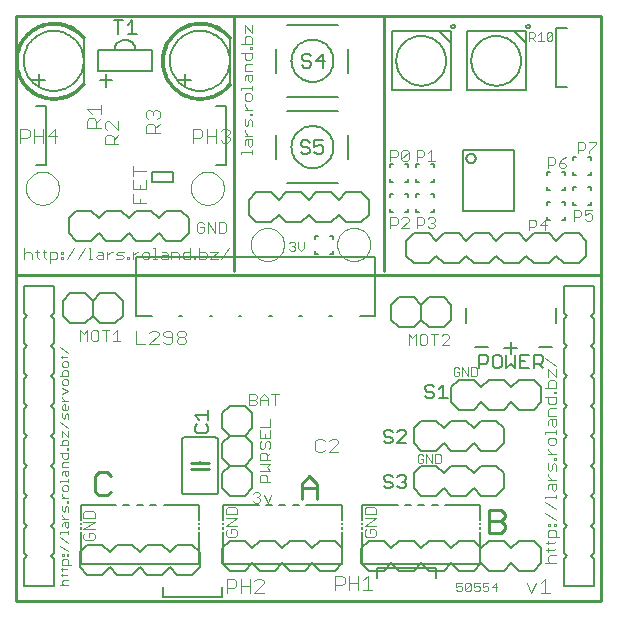
<source format=gto>
G75*
G70*
%OFA0B0*%
%FSLAX24Y24*%
%IPPOS*%
%LPD*%
%AMOC8*
5,1,8,0,0,1.08239X$1,22.5*
%
%ADD10C,0.0000*%
%ADD11C,0.0060*%
%ADD12C,0.0030*%
%ADD13C,0.0100*%
%ADD14C,0.0040*%
%ADD15C,0.0080*%
%ADD16C,0.0050*%
%ADD17C,0.0010*%
%ADD18C,0.0090*%
D10*
X000750Y000138D02*
X000750Y010995D01*
X020252Y010995D01*
X020252Y000138D01*
X000750Y000138D01*
X000750Y000150D02*
X000750Y019650D01*
X020250Y019650D01*
X020250Y000150D01*
X000750Y000150D01*
X008574Y012025D02*
X008576Y012072D01*
X008582Y012118D01*
X008592Y012164D01*
X008605Y012209D01*
X008623Y012252D01*
X008644Y012294D01*
X008668Y012334D01*
X008696Y012371D01*
X008727Y012406D01*
X008761Y012439D01*
X008797Y012468D01*
X008836Y012494D01*
X008877Y012517D01*
X008920Y012536D01*
X008964Y012552D01*
X009009Y012564D01*
X009055Y012572D01*
X009102Y012576D01*
X009148Y012576D01*
X009195Y012572D01*
X009241Y012564D01*
X009286Y012552D01*
X009330Y012536D01*
X009373Y012517D01*
X009414Y012494D01*
X009453Y012468D01*
X009489Y012439D01*
X009523Y012406D01*
X009554Y012371D01*
X009582Y012334D01*
X009606Y012294D01*
X009627Y012252D01*
X009645Y012209D01*
X009658Y012164D01*
X009668Y012118D01*
X009674Y012072D01*
X009676Y012025D01*
X009674Y011978D01*
X009668Y011932D01*
X009658Y011886D01*
X009645Y011841D01*
X009627Y011798D01*
X009606Y011756D01*
X009582Y011716D01*
X009554Y011679D01*
X009523Y011644D01*
X009489Y011611D01*
X009453Y011582D01*
X009414Y011556D01*
X009373Y011533D01*
X009330Y011514D01*
X009286Y011498D01*
X009241Y011486D01*
X009195Y011478D01*
X009148Y011474D01*
X009102Y011474D01*
X009055Y011478D01*
X009009Y011486D01*
X008964Y011498D01*
X008920Y011514D01*
X008877Y011533D01*
X008836Y011556D01*
X008797Y011582D01*
X008761Y011611D01*
X008727Y011644D01*
X008696Y011679D01*
X008668Y011716D01*
X008644Y011756D01*
X008623Y011798D01*
X008605Y011841D01*
X008592Y011886D01*
X008582Y011932D01*
X008576Y011978D01*
X008574Y012025D01*
X006574Y013900D02*
X006576Y013947D01*
X006582Y013993D01*
X006592Y014039D01*
X006605Y014084D01*
X006623Y014127D01*
X006644Y014169D01*
X006668Y014209D01*
X006696Y014246D01*
X006727Y014281D01*
X006761Y014314D01*
X006797Y014343D01*
X006836Y014369D01*
X006877Y014392D01*
X006920Y014411D01*
X006964Y014427D01*
X007009Y014439D01*
X007055Y014447D01*
X007102Y014451D01*
X007148Y014451D01*
X007195Y014447D01*
X007241Y014439D01*
X007286Y014427D01*
X007330Y014411D01*
X007373Y014392D01*
X007414Y014369D01*
X007453Y014343D01*
X007489Y014314D01*
X007523Y014281D01*
X007554Y014246D01*
X007582Y014209D01*
X007606Y014169D01*
X007627Y014127D01*
X007645Y014084D01*
X007658Y014039D01*
X007668Y013993D01*
X007674Y013947D01*
X007676Y013900D01*
X007674Y013853D01*
X007668Y013807D01*
X007658Y013761D01*
X007645Y013716D01*
X007627Y013673D01*
X007606Y013631D01*
X007582Y013591D01*
X007554Y013554D01*
X007523Y013519D01*
X007489Y013486D01*
X007453Y013457D01*
X007414Y013431D01*
X007373Y013408D01*
X007330Y013389D01*
X007286Y013373D01*
X007241Y013361D01*
X007195Y013353D01*
X007148Y013349D01*
X007102Y013349D01*
X007055Y013353D01*
X007009Y013361D01*
X006964Y013373D01*
X006920Y013389D01*
X006877Y013408D01*
X006836Y013431D01*
X006797Y013457D01*
X006761Y013486D01*
X006727Y013519D01*
X006696Y013554D01*
X006668Y013591D01*
X006644Y013631D01*
X006623Y013673D01*
X006605Y013716D01*
X006592Y013761D01*
X006582Y013807D01*
X006576Y013853D01*
X006574Y013900D01*
X001074Y013900D02*
X001076Y013947D01*
X001082Y013993D01*
X001092Y014039D01*
X001105Y014084D01*
X001123Y014127D01*
X001144Y014169D01*
X001168Y014209D01*
X001196Y014246D01*
X001227Y014281D01*
X001261Y014314D01*
X001297Y014343D01*
X001336Y014369D01*
X001377Y014392D01*
X001420Y014411D01*
X001464Y014427D01*
X001509Y014439D01*
X001555Y014447D01*
X001602Y014451D01*
X001648Y014451D01*
X001695Y014447D01*
X001741Y014439D01*
X001786Y014427D01*
X001830Y014411D01*
X001873Y014392D01*
X001914Y014369D01*
X001953Y014343D01*
X001989Y014314D01*
X002023Y014281D01*
X002054Y014246D01*
X002082Y014209D01*
X002106Y014169D01*
X002127Y014127D01*
X002145Y014084D01*
X002158Y014039D01*
X002168Y013993D01*
X002174Y013947D01*
X002176Y013900D01*
X002174Y013853D01*
X002168Y013807D01*
X002158Y013761D01*
X002145Y013716D01*
X002127Y013673D01*
X002106Y013631D01*
X002082Y013591D01*
X002054Y013554D01*
X002023Y013519D01*
X001989Y013486D01*
X001953Y013457D01*
X001914Y013431D01*
X001873Y013408D01*
X001830Y013389D01*
X001786Y013373D01*
X001741Y013361D01*
X001695Y013353D01*
X001648Y013349D01*
X001602Y013349D01*
X001555Y013353D01*
X001509Y013361D01*
X001464Y013373D01*
X001420Y013389D01*
X001377Y013408D01*
X001336Y013431D01*
X001297Y013457D01*
X001261Y013486D01*
X001227Y013519D01*
X001196Y013554D01*
X001168Y013591D01*
X001144Y013631D01*
X001123Y013673D01*
X001105Y013716D01*
X001092Y013761D01*
X001082Y013807D01*
X001076Y013853D01*
X001074Y013900D01*
X011449Y012025D02*
X011451Y012072D01*
X011457Y012118D01*
X011467Y012164D01*
X011480Y012209D01*
X011498Y012252D01*
X011519Y012294D01*
X011543Y012334D01*
X011571Y012371D01*
X011602Y012406D01*
X011636Y012439D01*
X011672Y012468D01*
X011711Y012494D01*
X011752Y012517D01*
X011795Y012536D01*
X011839Y012552D01*
X011884Y012564D01*
X011930Y012572D01*
X011977Y012576D01*
X012023Y012576D01*
X012070Y012572D01*
X012116Y012564D01*
X012161Y012552D01*
X012205Y012536D01*
X012248Y012517D01*
X012289Y012494D01*
X012328Y012468D01*
X012364Y012439D01*
X012398Y012406D01*
X012429Y012371D01*
X012457Y012334D01*
X012481Y012294D01*
X012502Y012252D01*
X012520Y012209D01*
X012533Y012164D01*
X012543Y012118D01*
X012549Y012072D01*
X012551Y012025D01*
X012549Y011978D01*
X012543Y011932D01*
X012533Y011886D01*
X012520Y011841D01*
X012502Y011798D01*
X012481Y011756D01*
X012457Y011716D01*
X012429Y011679D01*
X012398Y011644D01*
X012364Y011611D01*
X012328Y011582D01*
X012289Y011556D01*
X012248Y011533D01*
X012205Y011514D01*
X012161Y011498D01*
X012116Y011486D01*
X012070Y011478D01*
X012023Y011474D01*
X011977Y011474D01*
X011930Y011478D01*
X011884Y011486D01*
X011839Y011498D01*
X011795Y011514D01*
X011752Y011533D01*
X011711Y011556D01*
X011672Y011582D01*
X011636Y011611D01*
X011602Y011644D01*
X011571Y011679D01*
X011543Y011716D01*
X011519Y011756D01*
X011498Y011798D01*
X011480Y011841D01*
X011467Y011886D01*
X011457Y011932D01*
X011451Y011978D01*
X011449Y012025D01*
D11*
X011300Y011825D02*
X011300Y011725D01*
X011200Y011725D01*
X010800Y011725D02*
X010700Y011725D01*
X010700Y011825D01*
X010700Y012225D02*
X010700Y012325D01*
X010800Y012325D01*
X011200Y012325D02*
X011300Y012325D01*
X011300Y012225D01*
X013200Y013100D02*
X013200Y013200D01*
X013200Y013100D02*
X013300Y013100D01*
X013700Y013100D02*
X013800Y013100D01*
X013800Y013200D01*
X014075Y013200D02*
X014075Y013100D01*
X014175Y013100D01*
X014575Y013100D02*
X014675Y013100D01*
X014675Y013200D01*
X014675Y013600D02*
X014675Y013700D01*
X014575Y013700D01*
X014575Y014100D02*
X014675Y014100D01*
X014675Y014200D01*
X014675Y014600D02*
X014675Y014700D01*
X014575Y014700D01*
X014175Y014700D02*
X014075Y014700D01*
X014075Y014600D01*
X013800Y014600D02*
X013800Y014700D01*
X013700Y014700D01*
X013300Y014700D02*
X013200Y014700D01*
X013200Y014600D01*
X013200Y014200D02*
X013200Y014100D01*
X013300Y014100D01*
X013300Y013700D02*
X013200Y013700D01*
X013200Y013600D01*
X013700Y013700D02*
X013800Y013700D01*
X013800Y013600D01*
X014075Y013600D02*
X014075Y013700D01*
X014175Y013700D01*
X014175Y014100D02*
X014075Y014100D01*
X014075Y014200D01*
X013800Y014200D02*
X013800Y014100D01*
X013700Y014100D01*
X013500Y010275D02*
X014000Y010275D01*
X014250Y010025D01*
X014500Y010275D01*
X015000Y010275D01*
X015250Y010025D01*
X015250Y009525D01*
X015000Y009275D01*
X014500Y009275D01*
X014250Y009525D01*
X014000Y009275D01*
X013500Y009275D01*
X013250Y009525D01*
X013250Y010025D01*
X013500Y010275D01*
X014250Y010025D02*
X014250Y009525D01*
X016042Y008620D02*
X016469Y008620D01*
X017026Y008575D02*
X017453Y008575D01*
X017240Y008789D02*
X017240Y008362D01*
X018175Y008620D02*
X018602Y008620D01*
X018550Y012850D02*
X018450Y012850D01*
X018450Y012950D01*
X018450Y013350D02*
X018450Y013450D01*
X018550Y013450D01*
X018550Y013850D02*
X018450Y013850D01*
X018450Y013950D01*
X018450Y014350D02*
X018450Y014450D01*
X018550Y014450D01*
X018950Y014450D02*
X019050Y014450D01*
X019050Y014350D01*
X019325Y014350D02*
X019325Y014450D01*
X019325Y014350D02*
X019425Y014350D01*
X019425Y013950D02*
X019325Y013950D01*
X019325Y013850D01*
X019050Y013850D02*
X019050Y013950D01*
X019050Y013850D02*
X018950Y013850D01*
X018950Y013450D02*
X019050Y013450D01*
X019050Y013350D01*
X019325Y013350D02*
X019325Y013450D01*
X019325Y013350D02*
X019425Y013350D01*
X019825Y013350D02*
X019925Y013350D01*
X019925Y013450D01*
X019925Y013850D02*
X019925Y013950D01*
X019825Y013950D01*
X019825Y014350D02*
X019925Y014350D01*
X019925Y014450D01*
X019925Y014850D02*
X019925Y014950D01*
X019825Y014950D01*
X019425Y014950D02*
X019325Y014950D01*
X019325Y014850D01*
X019050Y012950D02*
X019050Y012850D01*
X018950Y012850D01*
X008625Y006400D02*
X008625Y005900D01*
X008375Y005650D01*
X008625Y005400D01*
X008625Y004900D01*
X008375Y004650D01*
X008625Y004400D01*
X008625Y003900D01*
X008375Y003650D01*
X007875Y003650D01*
X007625Y003900D01*
X007625Y004400D01*
X007875Y004650D01*
X007625Y004900D01*
X007625Y005400D01*
X007875Y005650D01*
X007625Y005900D01*
X007625Y006400D01*
X007875Y006650D01*
X008375Y006650D01*
X008625Y006400D01*
X008375Y005650D02*
X007875Y005650D01*
X007475Y005500D02*
X007475Y003800D01*
X007473Y003783D01*
X007469Y003766D01*
X007462Y003750D01*
X007452Y003736D01*
X007439Y003723D01*
X007425Y003713D01*
X007409Y003706D01*
X007392Y003702D01*
X007375Y003700D01*
X006375Y003700D01*
X006358Y003702D01*
X006341Y003706D01*
X006325Y003713D01*
X006311Y003723D01*
X006298Y003736D01*
X006288Y003750D01*
X006281Y003766D01*
X006277Y003783D01*
X006275Y003800D01*
X006275Y005500D01*
X006277Y005517D01*
X006281Y005534D01*
X006288Y005550D01*
X006298Y005564D01*
X006311Y005577D01*
X006325Y005587D01*
X006341Y005594D01*
X006358Y005598D01*
X006375Y005600D01*
X007375Y005600D01*
X007392Y005598D01*
X007409Y005594D01*
X007425Y005587D01*
X007439Y005577D01*
X007452Y005564D01*
X007462Y005550D01*
X007469Y005534D01*
X007473Y005517D01*
X007475Y005500D01*
X006875Y004800D02*
X006875Y004750D01*
X006875Y004550D02*
X006875Y004500D01*
X007875Y004650D02*
X008375Y004650D01*
X004053Y009400D02*
X004303Y009650D01*
X004303Y010150D01*
X004053Y010400D01*
X003553Y010400D01*
X003303Y010150D01*
X003053Y010400D01*
X002553Y010400D01*
X002303Y010150D01*
X002303Y009650D01*
X002553Y009400D01*
X003053Y009400D01*
X003303Y009650D01*
X003303Y010150D01*
X003303Y009650D02*
X003553Y009400D01*
X004053Y009400D01*
X005262Y014094D02*
X005262Y014456D01*
X005988Y014456D01*
X005988Y014094D01*
X005262Y014094D01*
X006369Y017287D02*
X006369Y017714D01*
X006582Y017500D02*
X006155Y017500D01*
X005875Y018150D02*
X005877Y018213D01*
X005883Y018275D01*
X005893Y018337D01*
X005906Y018399D01*
X005924Y018459D01*
X005945Y018518D01*
X005970Y018576D01*
X005999Y018632D01*
X006031Y018686D01*
X006066Y018738D01*
X006104Y018787D01*
X006146Y018835D01*
X006190Y018879D01*
X006238Y018921D01*
X006287Y018959D01*
X006339Y018994D01*
X006393Y019026D01*
X006449Y019055D01*
X006507Y019080D01*
X006566Y019101D01*
X006626Y019119D01*
X006688Y019132D01*
X006750Y019142D01*
X006812Y019148D01*
X006875Y019150D01*
X006938Y019148D01*
X007000Y019142D01*
X007062Y019132D01*
X007124Y019119D01*
X007184Y019101D01*
X007243Y019080D01*
X007301Y019055D01*
X007357Y019026D01*
X007411Y018994D01*
X007463Y018959D01*
X007512Y018921D01*
X007560Y018879D01*
X007604Y018835D01*
X007646Y018787D01*
X007684Y018738D01*
X007719Y018686D01*
X007751Y018632D01*
X007780Y018576D01*
X007805Y018518D01*
X007826Y018459D01*
X007844Y018399D01*
X007857Y018337D01*
X007867Y018275D01*
X007873Y018213D01*
X007875Y018150D01*
X007873Y018087D01*
X007867Y018025D01*
X007857Y017963D01*
X007844Y017901D01*
X007826Y017841D01*
X007805Y017782D01*
X007780Y017724D01*
X007751Y017668D01*
X007719Y017614D01*
X007684Y017562D01*
X007646Y017513D01*
X007604Y017465D01*
X007560Y017421D01*
X007512Y017379D01*
X007463Y017341D01*
X007411Y017306D01*
X007357Y017274D01*
X007301Y017245D01*
X007243Y017220D01*
X007184Y017199D01*
X007124Y017181D01*
X007062Y017168D01*
X007000Y017158D01*
X006938Y017152D01*
X006875Y017150D01*
X006812Y017152D01*
X006750Y017158D01*
X006688Y017168D01*
X006626Y017181D01*
X006566Y017199D01*
X006507Y017220D01*
X006449Y017245D01*
X006393Y017274D01*
X006339Y017306D01*
X006287Y017341D01*
X006238Y017379D01*
X006190Y017421D01*
X006146Y017465D01*
X006104Y017513D01*
X006066Y017562D01*
X006031Y017614D01*
X005999Y017668D01*
X005970Y017724D01*
X005945Y017782D01*
X005924Y017841D01*
X005906Y017901D01*
X005893Y017963D01*
X005883Y018025D01*
X005877Y018087D01*
X005875Y018150D01*
X005275Y017800D02*
X005275Y018500D01*
X003475Y018500D01*
X003475Y017800D01*
X005275Y017800D01*
X004725Y018500D02*
X004723Y018537D01*
X004717Y018573D01*
X004708Y018608D01*
X004695Y018642D01*
X004678Y018675D01*
X004658Y018706D01*
X004635Y018734D01*
X004609Y018760D01*
X004581Y018783D01*
X004550Y018803D01*
X004517Y018820D01*
X004483Y018833D01*
X004448Y018842D01*
X004412Y018848D01*
X004375Y018850D01*
X004338Y018848D01*
X004302Y018842D01*
X004267Y018833D01*
X004233Y018820D01*
X004200Y018803D01*
X004169Y018783D01*
X004141Y018760D01*
X004115Y018734D01*
X004092Y018706D01*
X004072Y018675D01*
X004055Y018642D01*
X004042Y018608D01*
X004033Y018573D01*
X004027Y018537D01*
X004025Y018500D01*
X003744Y017714D02*
X003744Y017287D01*
X003530Y017500D02*
X003957Y017500D01*
X001000Y018150D02*
X001002Y018213D01*
X001008Y018275D01*
X001018Y018337D01*
X001031Y018399D01*
X001049Y018459D01*
X001070Y018518D01*
X001095Y018576D01*
X001124Y018632D01*
X001156Y018686D01*
X001191Y018738D01*
X001229Y018787D01*
X001271Y018835D01*
X001315Y018879D01*
X001363Y018921D01*
X001412Y018959D01*
X001464Y018994D01*
X001518Y019026D01*
X001574Y019055D01*
X001632Y019080D01*
X001691Y019101D01*
X001751Y019119D01*
X001813Y019132D01*
X001875Y019142D01*
X001937Y019148D01*
X002000Y019150D01*
X002063Y019148D01*
X002125Y019142D01*
X002187Y019132D01*
X002249Y019119D01*
X002309Y019101D01*
X002368Y019080D01*
X002426Y019055D01*
X002482Y019026D01*
X002536Y018994D01*
X002588Y018959D01*
X002637Y018921D01*
X002685Y018879D01*
X002729Y018835D01*
X002771Y018787D01*
X002809Y018738D01*
X002844Y018686D01*
X002876Y018632D01*
X002905Y018576D01*
X002930Y018518D01*
X002951Y018459D01*
X002969Y018399D01*
X002982Y018337D01*
X002992Y018275D01*
X002998Y018213D01*
X003000Y018150D01*
X002998Y018087D01*
X002992Y018025D01*
X002982Y017963D01*
X002969Y017901D01*
X002951Y017841D01*
X002930Y017782D01*
X002905Y017724D01*
X002876Y017668D01*
X002844Y017614D01*
X002809Y017562D01*
X002771Y017513D01*
X002729Y017465D01*
X002685Y017421D01*
X002637Y017379D01*
X002588Y017341D01*
X002536Y017306D01*
X002482Y017274D01*
X002426Y017245D01*
X002368Y017220D01*
X002309Y017199D01*
X002249Y017181D01*
X002187Y017168D01*
X002125Y017158D01*
X002063Y017152D01*
X002000Y017150D01*
X001937Y017152D01*
X001875Y017158D01*
X001813Y017168D01*
X001751Y017181D01*
X001691Y017199D01*
X001632Y017220D01*
X001574Y017245D01*
X001518Y017274D01*
X001464Y017306D01*
X001412Y017341D01*
X001363Y017379D01*
X001315Y017421D01*
X001271Y017465D01*
X001229Y017513D01*
X001191Y017562D01*
X001156Y017614D01*
X001124Y017668D01*
X001095Y017724D01*
X001070Y017782D01*
X001049Y017841D01*
X001031Y017901D01*
X001018Y017963D01*
X001008Y018025D01*
X001002Y018087D01*
X001000Y018150D01*
X001494Y017714D02*
X001494Y017287D01*
X001280Y017500D02*
X001707Y017500D01*
D12*
X006765Y012724D02*
X006765Y012477D01*
X006827Y012415D01*
X006950Y012415D01*
X007012Y012477D01*
X007012Y012600D01*
X006888Y012600D01*
X006765Y012724D02*
X006827Y012785D01*
X006950Y012785D01*
X007012Y012724D01*
X007133Y012785D02*
X007380Y012415D01*
X007380Y012785D01*
X007502Y012785D02*
X007687Y012785D01*
X007749Y012724D01*
X007749Y012477D01*
X007687Y012415D01*
X007502Y012415D01*
X007502Y012785D01*
X007133Y012785D02*
X007133Y012415D01*
X006847Y011910D02*
X006847Y011540D01*
X007032Y011540D01*
X007094Y011602D01*
X007094Y011725D01*
X007032Y011787D01*
X006847Y011787D01*
X006724Y011602D02*
X006724Y011540D01*
X006662Y011540D01*
X006662Y011602D01*
X006724Y011602D01*
X006541Y011540D02*
X006356Y011540D01*
X006294Y011602D01*
X006294Y011725D01*
X006356Y011787D01*
X006541Y011787D01*
X006541Y011910D02*
X006541Y011540D01*
X006173Y011540D02*
X006173Y011725D01*
X006111Y011787D01*
X005926Y011787D01*
X005926Y011540D01*
X005804Y011540D02*
X005804Y011725D01*
X005743Y011787D01*
X005619Y011787D01*
X005619Y011663D02*
X005804Y011663D01*
X005804Y011540D02*
X005619Y011540D01*
X005558Y011602D01*
X005619Y011663D01*
X005435Y011540D02*
X005312Y011540D01*
X005374Y011540D02*
X005374Y011910D01*
X005312Y011910D01*
X005129Y011787D02*
X005005Y011787D01*
X004944Y011725D01*
X004944Y011602D01*
X005005Y011540D01*
X005129Y011540D01*
X005191Y011602D01*
X005191Y011725D01*
X005129Y011787D01*
X004822Y011787D02*
X004760Y011787D01*
X004637Y011663D01*
X004637Y011540D02*
X004637Y011787D01*
X004514Y011602D02*
X004453Y011602D01*
X004453Y011540D01*
X004514Y011540D01*
X004514Y011602D01*
X004331Y011602D02*
X004269Y011663D01*
X004146Y011663D01*
X004084Y011725D01*
X004146Y011787D01*
X004331Y011787D01*
X004331Y011602D02*
X004269Y011540D01*
X004084Y011540D01*
X003963Y011787D02*
X003901Y011787D01*
X003777Y011663D01*
X003656Y011663D02*
X003471Y011663D01*
X003409Y011602D01*
X003471Y011540D01*
X003656Y011540D01*
X003656Y011725D01*
X003594Y011787D01*
X003471Y011787D01*
X003225Y011910D02*
X003225Y011540D01*
X003164Y011540D02*
X003287Y011540D01*
X003225Y011910D02*
X003164Y011910D01*
X003042Y011910D02*
X002795Y011540D01*
X002427Y011540D02*
X002674Y011910D01*
X002304Y011787D02*
X002304Y011725D01*
X002243Y011725D01*
X002243Y011787D01*
X002304Y011787D01*
X002304Y011602D02*
X002243Y011602D01*
X002243Y011540D01*
X002304Y011540D01*
X002304Y011602D01*
X002121Y011602D02*
X002121Y011725D01*
X002060Y011787D01*
X001874Y011787D01*
X001874Y011417D01*
X001874Y011540D02*
X002060Y011540D01*
X002121Y011602D01*
X001752Y011540D02*
X001691Y011602D01*
X001691Y011849D01*
X001752Y011787D02*
X001629Y011787D01*
X001507Y011787D02*
X001383Y011787D01*
X001445Y011849D02*
X001445Y011602D01*
X001507Y011540D01*
X001262Y011540D02*
X001262Y011725D01*
X001200Y011787D01*
X001077Y011787D01*
X001015Y011725D01*
X001015Y011910D02*
X001015Y011540D01*
X003777Y011540D02*
X003777Y011787D01*
X002195Y008618D02*
X002485Y008424D01*
X002485Y008324D02*
X002437Y008276D01*
X002243Y008276D01*
X002292Y008228D02*
X002292Y008324D01*
X002340Y008127D02*
X002292Y008078D01*
X002292Y007981D01*
X002340Y007933D01*
X002437Y007933D01*
X002485Y007981D01*
X002485Y008078D01*
X002437Y008127D01*
X002340Y008127D01*
X002340Y007832D02*
X002292Y007784D01*
X002292Y007638D01*
X002195Y007638D02*
X002485Y007638D01*
X002485Y007784D01*
X002437Y007832D01*
X002340Y007832D01*
X002340Y007537D02*
X002292Y007489D01*
X002292Y007392D01*
X002340Y007344D01*
X002437Y007344D01*
X002485Y007392D01*
X002485Y007489D01*
X002437Y007537D01*
X002340Y007537D01*
X002292Y007243D02*
X002485Y007146D01*
X002292Y007049D01*
X002292Y006949D02*
X002292Y006900D01*
X002388Y006804D01*
X002292Y006804D02*
X002485Y006804D01*
X002388Y006702D02*
X002388Y006509D01*
X002340Y006509D02*
X002292Y006557D01*
X002292Y006654D01*
X002340Y006702D01*
X002388Y006702D01*
X002485Y006654D02*
X002485Y006557D01*
X002437Y006509D01*
X002340Y006509D01*
X002292Y006408D02*
X002292Y006263D01*
X002340Y006214D01*
X002388Y006263D01*
X002388Y006359D01*
X002437Y006408D01*
X002485Y006359D01*
X002485Y006214D01*
X002485Y005920D02*
X002195Y006113D01*
X002292Y005818D02*
X002485Y005625D01*
X002485Y005818D01*
X002292Y005818D02*
X002292Y005625D01*
X002340Y005524D02*
X002292Y005475D01*
X002292Y005330D01*
X002195Y005330D02*
X002485Y005330D01*
X002485Y005475D01*
X002437Y005524D01*
X002340Y005524D01*
X002437Y005231D02*
X002485Y005231D01*
X002485Y005183D01*
X002437Y005183D01*
X002437Y005231D01*
X002485Y005082D02*
X002485Y004937D01*
X002437Y004888D01*
X002340Y004888D01*
X002292Y004937D01*
X002292Y005082D01*
X002195Y005082D02*
X002485Y005082D01*
X002485Y004787D02*
X002340Y004787D01*
X002292Y004739D01*
X002292Y004594D01*
X002485Y004594D01*
X002485Y004493D02*
X002485Y004347D01*
X002437Y004299D01*
X002388Y004347D01*
X002388Y004493D01*
X002340Y004493D02*
X002485Y004493D01*
X002340Y004493D02*
X002292Y004444D01*
X002292Y004347D01*
X002195Y004151D02*
X002485Y004151D01*
X002485Y004103D02*
X002485Y004199D01*
X002437Y004001D02*
X002340Y004001D01*
X002292Y003953D01*
X002292Y003856D01*
X002340Y003808D01*
X002437Y003808D01*
X002485Y003856D01*
X002485Y003953D01*
X002437Y004001D01*
X002195Y004103D02*
X002195Y004151D01*
X002292Y003708D02*
X002292Y003659D01*
X002388Y003562D01*
X002292Y003562D02*
X002485Y003562D01*
X002485Y003463D02*
X002485Y003415D01*
X002437Y003415D01*
X002437Y003463D01*
X002485Y003463D01*
X002437Y003314D02*
X002388Y003266D01*
X002388Y003169D01*
X002340Y003120D01*
X002292Y003169D01*
X002292Y003314D01*
X002437Y003314D02*
X002485Y003266D01*
X002485Y003120D01*
X002292Y003020D02*
X002292Y002972D01*
X002388Y002875D01*
X002292Y002875D02*
X002485Y002875D01*
X002485Y002774D02*
X002340Y002774D01*
X002292Y002725D01*
X002292Y002629D01*
X002388Y002629D02*
X002388Y002774D01*
X002485Y002774D02*
X002485Y002629D01*
X002437Y002580D01*
X002388Y002629D01*
X002485Y002481D02*
X002485Y002384D01*
X002485Y002432D02*
X002195Y002432D01*
X002195Y002384D01*
X002195Y002283D02*
X002485Y002089D01*
X002485Y001794D02*
X002195Y001988D01*
X002292Y001696D02*
X002340Y001696D01*
X002340Y001647D01*
X002292Y001647D01*
X002292Y001696D01*
X002437Y001696D02*
X002485Y001696D01*
X002485Y001647D01*
X002437Y001647D01*
X002437Y001696D01*
X002437Y001546D02*
X002485Y001498D01*
X002485Y001353D01*
X002582Y001353D02*
X002292Y001353D01*
X002292Y001498D01*
X002340Y001546D01*
X002437Y001546D01*
X002485Y001253D02*
X002437Y001204D01*
X002243Y001204D01*
X002292Y001156D02*
X002292Y001253D01*
X002292Y001056D02*
X002292Y000960D01*
X002243Y001008D02*
X002437Y001008D01*
X002485Y001056D01*
X002485Y000858D02*
X002340Y000858D01*
X002292Y000810D01*
X002292Y000713D01*
X002340Y000665D01*
X002195Y000665D02*
X002485Y000665D01*
X003051Y002165D02*
X003298Y002165D01*
X003360Y002227D01*
X003360Y002350D01*
X003298Y002412D01*
X003175Y002412D01*
X003175Y002288D01*
X003051Y002165D02*
X002990Y002227D01*
X002990Y002350D01*
X003051Y002412D01*
X002990Y002533D02*
X003360Y002780D01*
X002990Y002780D01*
X002990Y002902D02*
X002990Y003087D01*
X003051Y003149D01*
X003298Y003149D01*
X003360Y003087D01*
X003360Y002902D01*
X002990Y002902D01*
X002990Y002533D02*
X003360Y002533D01*
X007740Y002475D02*
X007740Y002352D01*
X007801Y002290D01*
X008048Y002290D01*
X008110Y002352D01*
X008110Y002475D01*
X008048Y002537D01*
X007925Y002537D01*
X007925Y002413D01*
X007801Y002537D02*
X007740Y002475D01*
X007740Y002658D02*
X008110Y002905D01*
X007740Y002905D01*
X007740Y003027D02*
X007740Y003212D01*
X007801Y003274D01*
X008048Y003274D01*
X008110Y003212D01*
X008110Y003027D01*
X007740Y003027D01*
X007740Y002658D02*
X008110Y002658D01*
X008702Y003415D02*
X008640Y003477D01*
X008702Y003415D02*
X008825Y003415D01*
X008887Y003477D01*
X008887Y003538D01*
X008825Y003600D01*
X008763Y003600D01*
X008825Y003600D02*
X008887Y003662D01*
X008887Y003724D01*
X008825Y003785D01*
X008702Y003785D01*
X008640Y003724D01*
X009008Y003662D02*
X009132Y003415D01*
X009255Y003662D01*
X009375Y006665D02*
X009375Y007035D01*
X009252Y007035D02*
X009499Y007035D01*
X009130Y006912D02*
X009130Y006665D01*
X009130Y006850D02*
X008883Y006850D01*
X008883Y006912D02*
X008883Y006665D01*
X008762Y006727D02*
X008700Y006665D01*
X008515Y006665D01*
X008515Y007035D01*
X008700Y007035D01*
X008762Y006974D01*
X008762Y006912D01*
X008700Y006850D01*
X008515Y006850D01*
X008700Y006850D02*
X008762Y006788D01*
X008762Y006727D01*
X008883Y006912D02*
X009007Y007035D01*
X009130Y006912D01*
X012426Y003274D02*
X012365Y003212D01*
X012365Y003027D01*
X012735Y003027D01*
X012735Y003212D01*
X012673Y003274D01*
X012426Y003274D01*
X012365Y002905D02*
X012735Y002905D01*
X012365Y002658D01*
X012735Y002658D01*
X012673Y002537D02*
X012550Y002537D01*
X012550Y002413D01*
X012673Y002290D02*
X012426Y002290D01*
X012365Y002352D01*
X012365Y002475D01*
X012426Y002537D01*
X012673Y002537D02*
X012735Y002475D01*
X012735Y002352D01*
X012673Y002290D01*
X014179Y004745D02*
X014276Y004745D01*
X014325Y004793D01*
X014325Y004890D01*
X014228Y004890D01*
X014325Y004987D02*
X014276Y005035D01*
X014179Y005035D01*
X014131Y004987D01*
X014131Y004793D01*
X014179Y004745D01*
X014426Y004745D02*
X014426Y005035D01*
X014619Y004745D01*
X014619Y005035D01*
X014720Y005035D02*
X014720Y004745D01*
X014865Y004745D01*
X014914Y004793D01*
X014914Y004987D01*
X014865Y005035D01*
X014720Y005035D01*
X015379Y007645D02*
X015476Y007645D01*
X015525Y007693D01*
X015525Y007790D01*
X015428Y007790D01*
X015525Y007887D02*
X015476Y007935D01*
X015379Y007935D01*
X015331Y007887D01*
X015331Y007693D01*
X015379Y007645D01*
X015626Y007645D02*
X015626Y007935D01*
X015819Y007645D01*
X015819Y007935D01*
X015920Y007935D02*
X016065Y007935D01*
X016114Y007887D01*
X016114Y007693D01*
X016065Y007645D01*
X015920Y007645D01*
X015920Y007935D01*
X018365Y008230D02*
X018735Y007983D01*
X018735Y007862D02*
X018735Y007615D01*
X018488Y007862D01*
X018488Y007615D01*
X018550Y007494D02*
X018488Y007432D01*
X018488Y007247D01*
X018365Y007247D02*
X018735Y007247D01*
X018735Y007432D01*
X018673Y007494D01*
X018550Y007494D01*
X018673Y007124D02*
X018735Y007124D01*
X018735Y007062D01*
X018673Y007062D01*
X018673Y007124D01*
X018735Y006941D02*
X018735Y006756D01*
X018673Y006694D01*
X018550Y006694D01*
X018488Y006756D01*
X018488Y006941D01*
X018365Y006941D02*
X018735Y006941D01*
X018735Y006573D02*
X018550Y006573D01*
X018488Y006511D01*
X018488Y006326D01*
X018735Y006326D01*
X018735Y006204D02*
X018550Y006204D01*
X018488Y006143D01*
X018488Y006019D01*
X018612Y006019D02*
X018612Y006204D01*
X018735Y006204D02*
X018735Y006019D01*
X018673Y005958D01*
X018612Y006019D01*
X018735Y005835D02*
X018735Y005712D01*
X018735Y005774D02*
X018365Y005774D01*
X018365Y005712D01*
X018488Y005529D02*
X018488Y005405D01*
X018550Y005344D01*
X018673Y005344D01*
X018735Y005405D01*
X018735Y005529D01*
X018673Y005591D01*
X018550Y005591D01*
X018488Y005529D01*
X018488Y005222D02*
X018488Y005160D01*
X018612Y005037D01*
X018735Y005037D02*
X018488Y005037D01*
X018673Y004914D02*
X018735Y004914D01*
X018735Y004853D01*
X018673Y004853D01*
X018673Y004914D01*
X018673Y004731D02*
X018612Y004669D01*
X018612Y004546D01*
X018550Y004484D01*
X018488Y004546D01*
X018488Y004731D01*
X018673Y004731D02*
X018735Y004669D01*
X018735Y004484D01*
X018488Y004363D02*
X018488Y004301D01*
X018612Y004177D01*
X018612Y004056D02*
X018612Y003871D01*
X018673Y003809D01*
X018735Y003871D01*
X018735Y004056D01*
X018550Y004056D01*
X018488Y003994D01*
X018488Y003871D01*
X018488Y004177D02*
X018735Y004177D01*
X018735Y003687D02*
X018735Y003564D01*
X018735Y003625D02*
X018365Y003625D01*
X018365Y003564D01*
X018365Y003442D02*
X018735Y003195D01*
X018735Y002827D02*
X018365Y003074D01*
X018488Y002704D02*
X018550Y002704D01*
X018550Y002643D01*
X018488Y002643D01*
X018488Y002704D01*
X018673Y002704D02*
X018735Y002704D01*
X018735Y002643D01*
X018673Y002643D01*
X018673Y002704D01*
X018673Y002521D02*
X018550Y002521D01*
X018488Y002460D01*
X018488Y002274D01*
X018858Y002274D01*
X018735Y002274D02*
X018735Y002460D01*
X018673Y002521D01*
X018735Y002152D02*
X018673Y002091D01*
X018426Y002091D01*
X018488Y002152D02*
X018488Y002029D01*
X018488Y001907D02*
X018488Y001783D01*
X018426Y001845D02*
X018673Y001845D01*
X018735Y001907D01*
X018735Y001662D02*
X018550Y001662D01*
X018488Y001600D01*
X018488Y001477D01*
X018550Y001415D01*
X018365Y001415D02*
X018735Y001415D01*
X016787Y000610D02*
X016594Y000610D01*
X016739Y000755D01*
X016739Y000465D01*
X016492Y000513D02*
X016492Y000610D01*
X016444Y000658D01*
X016396Y000658D01*
X016299Y000610D01*
X016299Y000755D01*
X016492Y000755D01*
X016492Y000513D02*
X016444Y000465D01*
X016347Y000465D01*
X016299Y000513D01*
X016198Y000513D02*
X016149Y000465D01*
X016053Y000465D01*
X016004Y000513D01*
X016004Y000610D02*
X016101Y000658D01*
X016149Y000658D01*
X016198Y000610D01*
X016198Y000513D01*
X016004Y000610D02*
X016004Y000755D01*
X016198Y000755D01*
X015903Y000707D02*
X015903Y000513D01*
X015855Y000465D01*
X015758Y000465D01*
X015710Y000513D01*
X015903Y000707D01*
X015855Y000755D01*
X015758Y000755D01*
X015710Y000707D01*
X015710Y000513D01*
X015608Y000513D02*
X015560Y000465D01*
X015463Y000465D01*
X015415Y000513D01*
X015415Y000610D02*
X015512Y000658D01*
X015560Y000658D01*
X015608Y000610D01*
X015608Y000513D01*
X015415Y000610D02*
X015415Y000755D01*
X015608Y000755D01*
X007583Y011540D02*
X007830Y011910D01*
X007462Y011787D02*
X007215Y011540D01*
X007462Y011540D01*
X007462Y011787D02*
X007215Y011787D01*
X009851Y011868D02*
X009899Y011820D01*
X009996Y011820D01*
X010044Y011868D01*
X010044Y011917D01*
X009996Y011965D01*
X009947Y011965D01*
X009996Y011965D02*
X010044Y012013D01*
X010044Y012062D01*
X009996Y012110D01*
X009899Y012110D01*
X009851Y012062D01*
X010145Y012110D02*
X010145Y011917D01*
X010242Y011820D01*
X010339Y011917D01*
X010339Y012110D01*
X008610Y015040D02*
X008610Y015163D01*
X008610Y015102D02*
X008240Y015102D01*
X008240Y015040D01*
X008548Y015286D02*
X008487Y015347D01*
X008487Y015532D01*
X008425Y015532D02*
X008610Y015532D01*
X008610Y015347D01*
X008548Y015286D01*
X008363Y015347D02*
X008363Y015471D01*
X008425Y015532D01*
X008487Y015654D02*
X008363Y015777D01*
X008363Y015839D01*
X008425Y015961D02*
X008363Y016023D01*
X008363Y016208D01*
X008487Y016146D02*
X008487Y016023D01*
X008425Y015961D01*
X008610Y015961D02*
X008610Y016146D01*
X008548Y016208D01*
X008487Y016146D01*
X008548Y016329D02*
X008548Y016391D01*
X008610Y016391D01*
X008610Y016329D01*
X008548Y016329D01*
X008487Y016513D02*
X008363Y016637D01*
X008363Y016698D01*
X008425Y016820D02*
X008363Y016882D01*
X008363Y017005D01*
X008425Y017067D01*
X008548Y017067D01*
X008610Y017005D01*
X008610Y016882D01*
X008548Y016820D01*
X008425Y016820D01*
X008363Y016513D02*
X008610Y016513D01*
X008610Y017188D02*
X008610Y017312D01*
X008610Y017250D02*
X008240Y017250D01*
X008240Y017188D01*
X008363Y017496D02*
X008363Y017619D01*
X008425Y017681D01*
X008610Y017681D01*
X008610Y017496D01*
X008548Y017434D01*
X008487Y017496D01*
X008487Y017681D01*
X008610Y017802D02*
X008363Y017802D01*
X008363Y017988D01*
X008425Y018049D01*
X008610Y018049D01*
X008548Y018171D02*
X008425Y018171D01*
X008363Y018232D01*
X008363Y018418D01*
X008240Y018418D02*
X008610Y018418D01*
X008610Y018232D01*
X008548Y018171D01*
X008548Y018539D02*
X008548Y018601D01*
X008610Y018601D01*
X008610Y018539D01*
X008548Y018539D01*
X008610Y018723D02*
X008610Y018908D01*
X008548Y018970D01*
X008425Y018970D01*
X008363Y018908D01*
X008363Y018723D01*
X008240Y018723D02*
X008610Y018723D01*
X008610Y019091D02*
X008610Y019338D01*
X008363Y019338D02*
X008610Y019091D01*
X008363Y019091D02*
X008363Y019338D01*
X008363Y015654D02*
X008610Y015654D01*
X017840Y018815D02*
X017840Y019105D01*
X017985Y019105D01*
X018033Y019057D01*
X018033Y018960D01*
X017985Y018912D01*
X017840Y018912D01*
X017937Y018912D02*
X018033Y018815D01*
X018135Y018815D02*
X018328Y018815D01*
X018231Y018815D02*
X018231Y019105D01*
X018135Y019008D01*
X018429Y019057D02*
X018429Y018863D01*
X018623Y019057D01*
X018623Y018863D01*
X018574Y018815D01*
X018478Y018815D01*
X018429Y018863D01*
X018429Y019057D02*
X018478Y019105D01*
X018574Y019105D01*
X018623Y019057D01*
D13*
X020250Y019650D02*
X020250Y011025D01*
X020250Y000150D01*
X000750Y000150D01*
X000750Y011025D01*
X000750Y019650D01*
X013000Y019650D01*
X013000Y011150D01*
X008000Y011150D02*
X008000Y019650D01*
X013000Y019650D02*
X020250Y019650D01*
X020250Y011025D02*
X000750Y011025D01*
X006575Y004750D02*
X006875Y004750D01*
X007175Y004750D01*
X007175Y004550D02*
X006875Y004550D01*
X006575Y004550D01*
D14*
X008865Y004483D02*
X009225Y004483D01*
X009105Y004604D01*
X009225Y004724D01*
X008865Y004724D01*
X008865Y004852D02*
X008865Y005032D01*
X008925Y005092D01*
X009045Y005092D01*
X009105Y005032D01*
X009105Y004852D01*
X009105Y004972D02*
X009225Y005092D01*
X009165Y005220D02*
X009225Y005280D01*
X009225Y005400D01*
X009165Y005460D01*
X009105Y005460D01*
X009045Y005400D01*
X009045Y005280D01*
X008985Y005220D01*
X008925Y005220D01*
X008865Y005280D01*
X008865Y005400D01*
X008925Y005460D01*
X008865Y005588D02*
X009225Y005588D01*
X009225Y005829D01*
X009225Y005957D02*
X009225Y006197D01*
X009225Y005957D02*
X008865Y005957D01*
X008865Y005829D02*
X008865Y005588D01*
X009045Y005588D02*
X009045Y005708D01*
X009225Y004852D02*
X008865Y004852D01*
X008925Y004355D02*
X009045Y004355D01*
X009105Y004295D01*
X009105Y004115D01*
X009225Y004115D02*
X008865Y004115D01*
X008865Y004295D01*
X008925Y004355D01*
X010724Y005172D02*
X010801Y005095D01*
X010954Y005095D01*
X011031Y005172D01*
X011185Y005095D02*
X011492Y005402D01*
X011492Y005479D01*
X011415Y005555D01*
X011261Y005555D01*
X011185Y005479D01*
X011031Y005479D02*
X010954Y005555D01*
X010801Y005555D01*
X010724Y005479D01*
X010724Y005172D01*
X011185Y005095D02*
X011492Y005095D01*
X013827Y008675D02*
X013827Y009035D01*
X013947Y008915D01*
X014067Y009035D01*
X014067Y008675D01*
X014195Y008735D02*
X014195Y008975D01*
X014255Y009035D01*
X014375Y009035D01*
X014435Y008975D01*
X014435Y008735D01*
X014375Y008675D01*
X014255Y008675D01*
X014195Y008735D01*
X014563Y009035D02*
X014804Y009035D01*
X014683Y009035D02*
X014683Y008675D01*
X014932Y008675D02*
X015172Y008915D01*
X015172Y008975D01*
X015112Y009035D01*
X014992Y009035D01*
X014932Y008975D01*
X014932Y008675D02*
X015172Y008675D01*
X014643Y012570D02*
X014523Y012570D01*
X014463Y012630D01*
X014583Y012750D02*
X014643Y012750D01*
X014704Y012690D01*
X014704Y012630D01*
X014643Y012570D01*
X014643Y012750D02*
X014704Y012810D01*
X014704Y012870D01*
X014643Y012930D01*
X014523Y012930D01*
X014463Y012870D01*
X014335Y012870D02*
X014335Y012750D01*
X014275Y012690D01*
X014095Y012690D01*
X014095Y012570D02*
X014095Y012930D01*
X014275Y012930D01*
X014335Y012870D01*
X013829Y012870D02*
X013768Y012930D01*
X013648Y012930D01*
X013588Y012870D01*
X013460Y012870D02*
X013400Y012930D01*
X013220Y012930D01*
X013220Y012570D01*
X013220Y012690D02*
X013400Y012690D01*
X013460Y012750D01*
X013460Y012870D01*
X013588Y012570D02*
X013829Y012810D01*
X013829Y012870D01*
X013829Y012570D02*
X013588Y012570D01*
X013648Y014820D02*
X013588Y014880D01*
X013829Y015120D01*
X013829Y014880D01*
X013768Y014820D01*
X013648Y014820D01*
X013588Y014880D02*
X013588Y015120D01*
X013648Y015180D01*
X013768Y015180D01*
X013829Y015120D01*
X014095Y015180D02*
X014095Y014820D01*
X014095Y014940D02*
X014275Y014940D01*
X014335Y015000D01*
X014335Y015120D01*
X014275Y015180D01*
X014095Y015180D01*
X014463Y015060D02*
X014583Y015180D01*
X014583Y014820D01*
X014463Y014820D02*
X014704Y014820D01*
X013460Y015000D02*
X013400Y014940D01*
X013220Y014940D01*
X013220Y014820D02*
X013220Y015180D01*
X013400Y015180D01*
X013460Y015120D01*
X013460Y015000D01*
X017833Y012855D02*
X017833Y012495D01*
X017833Y012615D02*
X018014Y012615D01*
X018074Y012675D01*
X018074Y012795D01*
X018014Y012855D01*
X017833Y012855D01*
X018202Y012675D02*
X018442Y012675D01*
X018382Y012495D02*
X018382Y012855D01*
X018202Y012675D01*
X019345Y012820D02*
X019345Y013180D01*
X019525Y013180D01*
X019585Y013120D01*
X019585Y013000D01*
X019525Y012940D01*
X019345Y012940D01*
X019713Y012880D02*
X019773Y012820D01*
X019893Y012820D01*
X019954Y012880D01*
X019954Y013000D01*
X019893Y013060D01*
X019833Y013060D01*
X019713Y013000D01*
X019713Y013180D01*
X019954Y013180D01*
X019018Y014570D02*
X018898Y014570D01*
X018838Y014630D01*
X018838Y014750D01*
X019018Y014750D01*
X019079Y014690D01*
X019079Y014630D01*
X019018Y014570D01*
X018838Y014750D02*
X018958Y014870D01*
X019079Y014930D01*
X018710Y014870D02*
X018710Y014750D01*
X018650Y014690D01*
X018470Y014690D01*
X018470Y014570D02*
X018470Y014930D01*
X018650Y014930D01*
X018710Y014870D01*
X019470Y015070D02*
X019470Y015430D01*
X019650Y015430D01*
X019710Y015370D01*
X019710Y015250D01*
X019650Y015190D01*
X019470Y015190D01*
X019838Y015130D02*
X019838Y015070D01*
X019838Y015130D02*
X020079Y015370D01*
X020079Y015430D01*
X019838Y015430D01*
X007867Y015497D02*
X007790Y015420D01*
X007636Y015420D01*
X007560Y015497D01*
X007406Y015420D02*
X007406Y015880D01*
X007560Y015804D02*
X007636Y015880D01*
X007790Y015880D01*
X007867Y015804D01*
X007867Y015727D01*
X007790Y015650D01*
X007867Y015573D01*
X007867Y015497D01*
X007790Y015650D02*
X007713Y015650D01*
X007406Y015650D02*
X007099Y015650D01*
X006946Y015650D02*
X006869Y015573D01*
X006639Y015573D01*
X006639Y015420D02*
X006639Y015880D01*
X006869Y015880D01*
X006946Y015804D01*
X006946Y015650D01*
X007099Y015420D02*
X007099Y015880D01*
X005530Y015745D02*
X005070Y015745D01*
X005070Y015975D01*
X005146Y016052D01*
X005300Y016052D01*
X005377Y015975D01*
X005377Y015745D01*
X005377Y015898D02*
X005530Y016052D01*
X005453Y016205D02*
X005530Y016282D01*
X005530Y016436D01*
X005453Y016512D01*
X005377Y016512D01*
X005300Y016436D01*
X005300Y016359D01*
X005300Y016436D02*
X005223Y016512D01*
X005146Y016512D01*
X005070Y016436D01*
X005070Y016282D01*
X005146Y016205D01*
X004155Y016137D02*
X004155Y015830D01*
X003848Y016137D01*
X003771Y016137D01*
X003695Y016061D01*
X003695Y015907D01*
X003771Y015830D01*
X003771Y015677D02*
X003925Y015677D01*
X004002Y015600D01*
X004002Y015370D01*
X004155Y015370D02*
X003695Y015370D01*
X003695Y015600D01*
X003771Y015677D01*
X004002Y015523D02*
X004155Y015677D01*
X003576Y015925D02*
X003116Y015925D01*
X003116Y016155D01*
X003193Y016232D01*
X003346Y016232D01*
X003423Y016155D01*
X003423Y015925D01*
X003423Y016079D02*
X003576Y016232D01*
X003576Y016386D02*
X003576Y016692D01*
X003576Y016539D02*
X003116Y016539D01*
X003269Y016386D01*
X002117Y015650D02*
X001810Y015650D01*
X002040Y015880D01*
X002040Y015420D01*
X001656Y015420D02*
X001656Y015880D01*
X001656Y015650D02*
X001349Y015650D01*
X001196Y015650D02*
X001196Y015804D01*
X001119Y015880D01*
X000889Y015880D01*
X000889Y015420D01*
X000889Y015573D02*
X001119Y015573D01*
X001196Y015650D01*
X001349Y015420D02*
X001349Y015880D01*
X004633Y014629D02*
X004633Y014322D01*
X004633Y014169D02*
X004633Y013862D01*
X005093Y013862D01*
X005093Y014169D01*
X004863Y014015D02*
X004863Y013862D01*
X004633Y013708D02*
X004633Y013401D01*
X005093Y013401D01*
X004863Y013401D02*
X004863Y013555D01*
X005093Y014476D02*
X004633Y014476D01*
X004731Y009158D02*
X004731Y008698D01*
X005038Y008698D01*
X005191Y008698D02*
X005498Y009004D01*
X005498Y009081D01*
X005421Y009158D01*
X005268Y009158D01*
X005191Y009081D01*
X005191Y008698D02*
X005498Y008698D01*
X005651Y008774D02*
X005728Y008698D01*
X005882Y008698D01*
X005958Y008774D01*
X005958Y009081D01*
X005882Y009158D01*
X005728Y009158D01*
X005651Y009081D01*
X005651Y009004D01*
X005728Y008928D01*
X005958Y008928D01*
X006112Y009004D02*
X006112Y009081D01*
X006189Y009158D01*
X006342Y009158D01*
X006419Y009081D01*
X006419Y009004D01*
X006342Y008928D01*
X006189Y008928D01*
X006112Y009004D01*
X006189Y008928D02*
X006112Y008851D01*
X006112Y008774D01*
X006189Y008698D01*
X006342Y008698D01*
X006419Y008774D01*
X006419Y008851D01*
X006342Y008928D01*
X004225Y008800D02*
X003985Y008800D01*
X004105Y008800D02*
X004105Y009160D01*
X003985Y009040D01*
X003857Y009160D02*
X003617Y009160D01*
X003737Y009160D02*
X003737Y008800D01*
X003488Y008860D02*
X003488Y009100D01*
X003428Y009160D01*
X003308Y009160D01*
X003248Y009100D01*
X003248Y008860D01*
X003308Y008800D01*
X003428Y008800D01*
X003488Y008860D01*
X003120Y008800D02*
X003120Y009160D01*
X003000Y009040D01*
X002880Y009160D01*
X002880Y008800D01*
X007770Y000880D02*
X008000Y000880D01*
X008077Y000804D01*
X008077Y000650D01*
X008000Y000573D01*
X007770Y000573D01*
X007770Y000420D02*
X007770Y000880D01*
X008230Y000880D02*
X008230Y000420D01*
X008230Y000650D02*
X008537Y000650D01*
X008691Y000804D02*
X008768Y000880D01*
X008921Y000880D01*
X008998Y000804D01*
X008998Y000727D01*
X008691Y000420D01*
X008998Y000420D01*
X008537Y000420D02*
X008537Y000880D01*
X011389Y000980D02*
X011389Y000520D01*
X011389Y000673D02*
X011619Y000673D01*
X011696Y000750D01*
X011696Y000904D01*
X011619Y000980D01*
X011389Y000980D01*
X011849Y000980D02*
X011849Y000520D01*
X011849Y000750D02*
X012156Y000750D01*
X012310Y000827D02*
X012463Y000980D01*
X012463Y000520D01*
X012310Y000520D02*
X012617Y000520D01*
X012156Y000520D02*
X012156Y000980D01*
X017770Y000727D02*
X017923Y000420D01*
X018077Y000727D01*
X018230Y000727D02*
X018384Y000880D01*
X018384Y000420D01*
X018537Y000420D02*
X018230Y000420D01*
D15*
X018000Y001150D02*
X017500Y001150D01*
X017250Y001400D01*
X017000Y001150D01*
X016500Y001150D01*
X016250Y001400D01*
X016000Y001150D01*
X015500Y001150D01*
X015250Y001400D01*
X015000Y001150D01*
X014500Y001150D01*
X014250Y001400D01*
X014000Y001150D01*
X013500Y001150D01*
X013250Y001400D01*
X013000Y001150D01*
X012500Y001150D01*
X012250Y001400D01*
X012250Y001900D01*
X012500Y002150D01*
X013000Y002150D01*
X013250Y001900D01*
X013500Y002150D01*
X014000Y002150D01*
X014250Y001900D01*
X014500Y002150D01*
X015000Y002150D01*
X015250Y001900D01*
X015500Y002150D01*
X016000Y002150D01*
X016250Y001900D01*
X016500Y002150D01*
X017000Y002150D01*
X017250Y001900D01*
X017500Y002150D01*
X018000Y002150D01*
X018250Y001900D01*
X018250Y001400D01*
X018000Y001150D01*
X016750Y003650D02*
X016250Y003650D01*
X016000Y003900D01*
X015750Y003650D01*
X015250Y003650D01*
X015000Y003900D01*
X014750Y003650D01*
X014250Y003650D01*
X014000Y003900D01*
X014000Y004400D01*
X014250Y004650D01*
X014750Y004650D01*
X015000Y004400D01*
X015250Y004650D01*
X015750Y004650D01*
X016000Y004400D01*
X016250Y004650D01*
X016750Y004650D01*
X017000Y004400D01*
X017000Y003900D01*
X016750Y003650D01*
X016750Y005150D02*
X016250Y005150D01*
X016000Y005400D01*
X015750Y005150D01*
X015250Y005150D01*
X015000Y005400D01*
X014750Y005150D01*
X014250Y005150D01*
X014000Y005400D01*
X014000Y005900D01*
X014250Y006150D01*
X014750Y006150D01*
X015000Y005900D01*
X015250Y006150D01*
X015750Y006150D01*
X016000Y005900D01*
X016250Y006150D01*
X016750Y006150D01*
X017000Y005900D01*
X017000Y005400D01*
X016750Y005150D01*
X016500Y006525D02*
X016250Y006775D01*
X016000Y006525D01*
X015500Y006525D01*
X015250Y006775D01*
X015250Y007275D01*
X015500Y007525D01*
X016000Y007525D01*
X016250Y007275D01*
X016500Y007525D01*
X017000Y007525D01*
X017250Y007275D01*
X017500Y007525D01*
X018000Y007525D01*
X018250Y007275D01*
X018250Y006775D01*
X018000Y006525D01*
X017500Y006525D01*
X017250Y006775D01*
X017000Y006525D01*
X016500Y006525D01*
X015750Y009400D02*
X015750Y009900D01*
X015500Y011400D02*
X015000Y011400D01*
X014750Y011650D01*
X014500Y011400D01*
X014000Y011400D01*
X013750Y011650D01*
X013750Y012150D01*
X014000Y012400D01*
X014500Y012400D01*
X014750Y012150D01*
X015000Y012400D01*
X015500Y012400D01*
X015750Y012150D01*
X016000Y012400D01*
X016500Y012400D01*
X016750Y012150D01*
X017000Y012400D01*
X017500Y012400D01*
X017750Y012150D01*
X018000Y012400D01*
X018500Y012400D01*
X018750Y012150D01*
X019000Y012400D01*
X019500Y012400D01*
X019750Y012150D01*
X019750Y011650D01*
X019500Y011400D01*
X019000Y011400D01*
X018750Y011650D01*
X018500Y011400D01*
X018000Y011400D01*
X017750Y011650D01*
X017500Y011400D01*
X017000Y011400D01*
X016750Y011650D01*
X016500Y011400D01*
X016000Y011400D01*
X015750Y011650D01*
X015500Y011400D01*
X015656Y013139D02*
X015656Y015161D01*
X017344Y015161D01*
X017344Y013139D01*
X015656Y013139D01*
X015757Y014892D02*
X015759Y014916D01*
X015765Y014940D01*
X015774Y014962D01*
X015786Y014983D01*
X015802Y015001D01*
X015820Y015017D01*
X015841Y015029D01*
X015863Y015038D01*
X015887Y015044D01*
X015911Y015046D01*
X015935Y015044D01*
X015959Y015038D01*
X015981Y015029D01*
X016002Y015017D01*
X016020Y015001D01*
X016036Y014983D01*
X016048Y014962D01*
X016057Y014940D01*
X016063Y014916D01*
X016065Y014892D01*
X016063Y014868D01*
X016057Y014844D01*
X016048Y014822D01*
X016036Y014801D01*
X016020Y014783D01*
X016002Y014767D01*
X015981Y014755D01*
X015959Y014746D01*
X015935Y014740D01*
X015911Y014738D01*
X015887Y014740D01*
X015863Y014746D01*
X015841Y014755D01*
X015820Y014767D01*
X015802Y014783D01*
X015786Y014801D01*
X015774Y014822D01*
X015765Y014844D01*
X015759Y014868D01*
X015757Y014892D01*
X018754Y017291D02*
X019101Y017291D01*
X018754Y017291D02*
X018754Y019259D01*
X019101Y019259D01*
X012500Y013525D02*
X012500Y013025D01*
X012250Y012775D01*
X011750Y012775D01*
X011500Y013025D01*
X011250Y012775D01*
X010750Y012775D01*
X010500Y013025D01*
X010250Y012775D01*
X009750Y012775D01*
X009500Y013025D01*
X009250Y012775D01*
X008750Y012775D01*
X008500Y013025D01*
X008500Y013525D01*
X008750Y013775D01*
X009250Y013775D01*
X009500Y013525D01*
X009750Y013775D01*
X010250Y013775D01*
X010500Y013525D01*
X010750Y013775D01*
X011250Y013775D01*
X011500Y013525D01*
X011750Y013775D01*
X012250Y013775D01*
X012500Y013525D01*
X011475Y014075D02*
X009775Y014075D01*
X009425Y014882D02*
X009425Y015675D01*
X009775Y016475D02*
X011475Y016475D01*
X011475Y016950D02*
X009775Y016950D01*
X009425Y017750D02*
X009425Y018555D01*
X009775Y019350D02*
X011475Y019350D01*
X011825Y018543D02*
X011825Y017750D01*
X009925Y018150D02*
X009927Y018202D01*
X009933Y018254D01*
X009943Y018306D01*
X009956Y018356D01*
X009973Y018406D01*
X009994Y018454D01*
X010019Y018500D01*
X010047Y018544D01*
X010078Y018586D01*
X010112Y018626D01*
X010149Y018663D01*
X010189Y018697D01*
X010231Y018728D01*
X010275Y018756D01*
X010321Y018781D01*
X010369Y018802D01*
X010419Y018819D01*
X010469Y018832D01*
X010521Y018842D01*
X010573Y018848D01*
X010625Y018850D01*
X010677Y018848D01*
X010729Y018842D01*
X010781Y018832D01*
X010831Y018819D01*
X010881Y018802D01*
X010929Y018781D01*
X010975Y018756D01*
X011019Y018728D01*
X011061Y018697D01*
X011101Y018663D01*
X011138Y018626D01*
X011172Y018586D01*
X011203Y018544D01*
X011231Y018500D01*
X011256Y018454D01*
X011277Y018406D01*
X011294Y018356D01*
X011307Y018306D01*
X011317Y018254D01*
X011323Y018202D01*
X011325Y018150D01*
X011323Y018098D01*
X011317Y018046D01*
X011307Y017994D01*
X011294Y017944D01*
X011277Y017894D01*
X011256Y017846D01*
X011231Y017800D01*
X011203Y017756D01*
X011172Y017714D01*
X011138Y017674D01*
X011101Y017637D01*
X011061Y017603D01*
X011019Y017572D01*
X010975Y017544D01*
X010929Y017519D01*
X010881Y017498D01*
X010831Y017481D01*
X010781Y017468D01*
X010729Y017458D01*
X010677Y017452D01*
X010625Y017450D01*
X010573Y017452D01*
X010521Y017458D01*
X010469Y017468D01*
X010419Y017481D01*
X010369Y017498D01*
X010321Y017519D01*
X010275Y017544D01*
X010231Y017572D01*
X010189Y017603D01*
X010149Y017637D01*
X010112Y017674D01*
X010078Y017714D01*
X010047Y017756D01*
X010019Y017800D01*
X009994Y017846D01*
X009973Y017894D01*
X009956Y017944D01*
X009943Y017994D01*
X009933Y018046D01*
X009927Y018098D01*
X009925Y018150D01*
X007875Y017400D02*
X007875Y018900D01*
X007746Y016634D02*
X007399Y016634D01*
X007746Y016634D02*
X007746Y014666D01*
X007399Y014666D01*
X006250Y013150D02*
X005750Y013150D01*
X005500Y012900D01*
X005250Y013150D01*
X004750Y013150D01*
X004500Y012900D01*
X004250Y013150D01*
X003750Y013150D01*
X003500Y012900D01*
X003250Y013150D01*
X002750Y013150D01*
X002500Y012900D01*
X002500Y012400D01*
X002750Y012150D01*
X003250Y012150D01*
X003500Y012400D01*
X003750Y012150D01*
X004250Y012150D01*
X004500Y012400D01*
X004750Y012150D01*
X005250Y012150D01*
X005500Y012400D01*
X005750Y012150D01*
X006250Y012150D01*
X006500Y012400D01*
X006500Y012900D01*
X006250Y013150D01*
X004750Y011619D02*
X012703Y011619D01*
X012703Y010989D01*
X004750Y010989D01*
X004750Y011619D01*
X004750Y010989D02*
X004750Y009650D01*
X004754Y009654D02*
X005266Y009654D01*
X006191Y009654D02*
X006270Y009654D01*
X007195Y009654D02*
X007274Y009654D01*
X008179Y009654D02*
X008258Y009654D01*
X009183Y009654D02*
X009262Y009654D01*
X010187Y009654D02*
X010266Y009654D01*
X011191Y009654D02*
X011270Y009654D01*
X012195Y009654D02*
X012707Y009654D01*
X012703Y009650D02*
X012703Y010989D01*
X011825Y014870D02*
X011825Y015675D01*
X009925Y015275D02*
X009927Y015327D01*
X009933Y015379D01*
X009943Y015431D01*
X009956Y015481D01*
X009973Y015531D01*
X009994Y015579D01*
X010019Y015625D01*
X010047Y015669D01*
X010078Y015711D01*
X010112Y015751D01*
X010149Y015788D01*
X010189Y015822D01*
X010231Y015853D01*
X010275Y015881D01*
X010321Y015906D01*
X010369Y015927D01*
X010419Y015944D01*
X010469Y015957D01*
X010521Y015967D01*
X010573Y015973D01*
X010625Y015975D01*
X010677Y015973D01*
X010729Y015967D01*
X010781Y015957D01*
X010831Y015944D01*
X010881Y015927D01*
X010929Y015906D01*
X010975Y015881D01*
X011019Y015853D01*
X011061Y015822D01*
X011101Y015788D01*
X011138Y015751D01*
X011172Y015711D01*
X011203Y015669D01*
X011231Y015625D01*
X011256Y015579D01*
X011277Y015531D01*
X011294Y015481D01*
X011307Y015431D01*
X011317Y015379D01*
X011323Y015327D01*
X011325Y015275D01*
X011323Y015223D01*
X011317Y015171D01*
X011307Y015119D01*
X011294Y015069D01*
X011277Y015019D01*
X011256Y014971D01*
X011231Y014925D01*
X011203Y014881D01*
X011172Y014839D01*
X011138Y014799D01*
X011101Y014762D01*
X011061Y014728D01*
X011019Y014697D01*
X010975Y014669D01*
X010929Y014644D01*
X010881Y014623D01*
X010831Y014606D01*
X010781Y014593D01*
X010729Y014583D01*
X010677Y014577D01*
X010625Y014575D01*
X010573Y014577D01*
X010521Y014583D01*
X010469Y014593D01*
X010419Y014606D01*
X010369Y014623D01*
X010321Y014644D01*
X010275Y014669D01*
X010231Y014697D01*
X010189Y014728D01*
X010149Y014762D01*
X010112Y014799D01*
X010078Y014839D01*
X010047Y014881D01*
X010019Y014925D01*
X009994Y014971D01*
X009973Y015019D01*
X009956Y015069D01*
X009943Y015119D01*
X009933Y015171D01*
X009927Y015223D01*
X009925Y015275D01*
X003000Y017400D02*
X003000Y018900D01*
X001746Y016634D02*
X001399Y016634D01*
X001746Y016634D02*
X001746Y014666D01*
X001399Y014666D01*
X003125Y002025D02*
X002875Y001775D01*
X002875Y001275D01*
X003125Y001025D01*
X003625Y001025D01*
X003875Y001275D01*
X004125Y001025D01*
X004625Y001025D01*
X004875Y001275D01*
X005125Y001025D01*
X005625Y001025D01*
X005875Y001275D01*
X006125Y001025D01*
X006625Y001025D01*
X006875Y001275D01*
X006875Y001775D01*
X006625Y002025D01*
X006125Y002025D01*
X005875Y001775D01*
X005625Y002025D01*
X005125Y002025D01*
X004875Y001775D01*
X004625Y002025D01*
X004125Y002025D01*
X003875Y001775D01*
X003625Y002025D01*
X003125Y002025D01*
X005641Y000626D02*
X005641Y000279D01*
X007609Y000279D01*
X007609Y000626D01*
X007875Y001150D02*
X008375Y001150D01*
X008625Y001400D01*
X008875Y001150D01*
X009375Y001150D01*
X009625Y001400D01*
X009875Y001150D01*
X010375Y001150D01*
X010625Y001400D01*
X010875Y001150D01*
X011375Y001150D01*
X011625Y001400D01*
X011625Y001900D01*
X011375Y002150D01*
X010875Y002150D01*
X010625Y001900D01*
X010375Y002150D01*
X009875Y002150D01*
X009625Y001900D01*
X009375Y002150D01*
X008875Y002150D01*
X008625Y001900D01*
X008375Y002150D01*
X007875Y002150D01*
X007625Y001900D01*
X007625Y001400D01*
X007875Y001150D01*
X012766Y001246D02*
X012766Y000899D01*
X012766Y001246D02*
X014734Y001246D01*
X014734Y000899D01*
X018750Y009400D02*
X018750Y009900D01*
D16*
X019000Y009750D02*
X019100Y009650D01*
X019000Y009550D01*
X019000Y008750D01*
X019100Y008650D01*
X019000Y008550D01*
X019000Y007750D01*
X019100Y007650D01*
X019000Y007550D01*
X019000Y006750D01*
X019100Y006650D01*
X019000Y006550D01*
X019000Y005750D01*
X019100Y005650D01*
X019000Y005550D01*
X019000Y004750D01*
X019100Y004650D01*
X019000Y004550D01*
X019000Y003750D01*
X019100Y003650D01*
X019000Y003550D01*
X019000Y002750D01*
X019100Y002650D01*
X019000Y002550D01*
X019000Y001750D01*
X019100Y001650D01*
X019000Y001550D01*
X019000Y000650D01*
X020000Y000650D01*
X020000Y001550D01*
X019900Y001650D01*
X020000Y001750D01*
X020000Y002550D01*
X019900Y002650D01*
X020000Y002750D01*
X020000Y003550D01*
X019900Y003650D01*
X020000Y003750D01*
X020000Y004550D01*
X019900Y004650D01*
X020000Y004750D01*
X020000Y005550D01*
X019900Y005650D01*
X020000Y005750D01*
X020000Y006550D01*
X019900Y006650D01*
X020000Y006750D01*
X020000Y007550D01*
X019900Y007650D01*
X020000Y007750D01*
X020000Y008550D01*
X019900Y008650D01*
X020000Y008750D01*
X020000Y009550D01*
X019900Y009650D01*
X020000Y009750D01*
X020000Y010650D01*
X019000Y010650D01*
X019000Y009750D01*
X018238Y008352D02*
X018013Y008352D01*
X018013Y007902D01*
X018013Y008052D02*
X018238Y008052D01*
X018313Y008127D01*
X018313Y008277D01*
X018238Y008352D01*
X018163Y008052D02*
X018313Y007902D01*
X017853Y007902D02*
X017552Y007902D01*
X017552Y008352D01*
X017853Y008352D01*
X017702Y008127D02*
X017552Y008127D01*
X017392Y007902D02*
X017242Y008052D01*
X017092Y007902D01*
X017092Y008352D01*
X016932Y008277D02*
X016857Y008352D01*
X016707Y008352D01*
X016632Y008277D01*
X016632Y007977D01*
X016707Y007902D01*
X016857Y007902D01*
X016932Y007977D01*
X016932Y008277D01*
X016471Y008277D02*
X016471Y008127D01*
X016396Y008052D01*
X016171Y008052D01*
X016171Y007902D02*
X016171Y008352D01*
X016396Y008352D01*
X016471Y008277D01*
X017392Y008352D02*
X017392Y007902D01*
X015131Y006895D02*
X014830Y006895D01*
X014981Y006895D02*
X014981Y007345D01*
X014830Y007195D01*
X014670Y007270D02*
X014595Y007345D01*
X014445Y007345D01*
X014370Y007270D01*
X014370Y007195D01*
X014445Y007120D01*
X014595Y007120D01*
X014670Y007045D01*
X014670Y006970D01*
X014595Y006895D01*
X014445Y006895D01*
X014370Y006970D01*
X013681Y005845D02*
X013530Y005845D01*
X013455Y005770D01*
X013295Y005770D02*
X013220Y005845D01*
X013070Y005845D01*
X012995Y005770D01*
X012995Y005695D01*
X013070Y005620D01*
X013220Y005620D01*
X013295Y005545D01*
X013295Y005470D01*
X013220Y005395D01*
X013070Y005395D01*
X012995Y005470D01*
X013455Y005395D02*
X013756Y005695D01*
X013756Y005770D01*
X013681Y005845D01*
X013756Y005395D02*
X013455Y005395D01*
X013530Y004345D02*
X013455Y004270D01*
X013530Y004345D02*
X013681Y004345D01*
X013756Y004270D01*
X013756Y004195D01*
X013681Y004120D01*
X013756Y004045D01*
X013756Y003970D01*
X013681Y003895D01*
X013530Y003895D01*
X013455Y003970D01*
X013295Y003970D02*
X013220Y003895D01*
X013070Y003895D01*
X012995Y003970D01*
X013070Y004120D02*
X012995Y004195D01*
X012995Y004270D01*
X013070Y004345D01*
X013220Y004345D01*
X013295Y004270D01*
X013220Y004120D02*
X013295Y004045D01*
X013295Y003970D01*
X013220Y004120D02*
X013070Y004120D01*
X013606Y004120D02*
X013681Y004120D01*
X013700Y003339D02*
X013900Y003339D01*
X014150Y003339D02*
X014350Y003339D01*
X014600Y003339D02*
X014800Y003339D01*
X015037Y003339D02*
X016219Y003339D01*
X016219Y002847D01*
X016219Y002750D02*
X016219Y002700D01*
X016219Y002600D02*
X016219Y002550D01*
X016219Y002453D02*
X016219Y001370D01*
X012281Y001370D01*
X012281Y002453D01*
X012281Y002550D02*
X012281Y002600D01*
X012281Y002700D02*
X012281Y002750D01*
X012281Y002847D02*
X012281Y003339D01*
X013463Y003339D01*
X011594Y003339D02*
X011594Y002847D01*
X011594Y002750D02*
X011594Y002700D01*
X011594Y002600D02*
X011594Y002550D01*
X011594Y002453D02*
X011594Y001370D01*
X007656Y001370D01*
X007656Y002453D01*
X007656Y002550D02*
X007656Y002600D01*
X007656Y002700D02*
X007656Y002750D01*
X007656Y002847D02*
X007656Y003339D01*
X008838Y003339D01*
X009075Y003339D02*
X009275Y003339D01*
X009525Y003339D02*
X009725Y003339D01*
X009975Y003339D02*
X010175Y003339D01*
X010412Y003339D02*
X011594Y003339D01*
X007147Y005808D02*
X007147Y005958D01*
X007072Y006033D01*
X007147Y006193D02*
X007147Y006494D01*
X007147Y006343D02*
X006697Y006343D01*
X006847Y006193D01*
X006772Y006033D02*
X006697Y005958D01*
X006697Y005808D01*
X006772Y005733D01*
X007072Y005733D01*
X007147Y005808D01*
X006844Y003339D02*
X005662Y003339D01*
X005425Y003339D02*
X005225Y003339D01*
X004975Y003339D02*
X004775Y003339D01*
X004525Y003339D02*
X004325Y003339D01*
X004088Y003339D02*
X002906Y003339D01*
X002906Y002847D01*
X002906Y002750D02*
X002906Y002700D01*
X002906Y002600D02*
X002906Y002550D01*
X002906Y002453D02*
X002906Y001370D01*
X006844Y001370D01*
X006844Y002453D01*
X006844Y002550D02*
X006844Y002600D01*
X006844Y002700D02*
X006844Y002750D01*
X006844Y002847D02*
X006844Y003339D01*
X002000Y003550D02*
X002000Y002750D01*
X001900Y002650D01*
X002000Y002550D01*
X002000Y001750D01*
X001900Y001650D01*
X002000Y001550D01*
X002000Y000650D01*
X001000Y000650D01*
X001000Y001550D01*
X001100Y001650D01*
X001000Y001750D01*
X001000Y002550D01*
X001100Y002650D01*
X001000Y002750D01*
X001000Y003550D01*
X001100Y003650D01*
X001000Y003750D01*
X001000Y004550D01*
X001100Y004650D01*
X001000Y004750D01*
X001000Y005550D01*
X001100Y005650D01*
X001000Y005750D01*
X001000Y006550D01*
X001100Y006650D01*
X001000Y006750D01*
X001000Y007550D01*
X001100Y007650D01*
X001000Y007750D01*
X001000Y008550D01*
X001100Y008650D01*
X001000Y008750D01*
X001000Y009550D01*
X001100Y009650D01*
X001000Y009750D01*
X001000Y010650D01*
X002000Y010650D01*
X002000Y009750D01*
X001900Y009650D01*
X002000Y009550D01*
X002000Y008750D01*
X001900Y008650D01*
X002000Y008550D01*
X002000Y007750D01*
X001900Y007650D01*
X002000Y007550D01*
X002000Y006750D01*
X001900Y006650D01*
X002000Y006550D01*
X002000Y005750D01*
X001900Y005650D01*
X002000Y005550D01*
X002000Y004750D01*
X001900Y004650D01*
X002000Y004550D01*
X002000Y003750D01*
X001900Y003650D01*
X002000Y003550D01*
X010304Y015050D02*
X010229Y015125D01*
X010304Y015050D02*
X010454Y015050D01*
X010529Y015125D01*
X010529Y015200D01*
X010454Y015275D01*
X010304Y015275D01*
X010229Y015350D01*
X010229Y015425D01*
X010304Y015500D01*
X010454Y015500D01*
X010529Y015425D01*
X010690Y015500D02*
X010690Y015275D01*
X010840Y015350D01*
X010915Y015350D01*
X010990Y015275D01*
X010990Y015125D01*
X010915Y015050D01*
X010765Y015050D01*
X010690Y015125D01*
X010690Y015500D02*
X010990Y015500D01*
X013266Y017166D02*
X015234Y017166D01*
X015234Y018741D01*
X014841Y019134D01*
X015234Y019134D01*
X015234Y018741D01*
X014841Y019134D02*
X013266Y019134D01*
X013266Y017166D01*
X013423Y018150D02*
X013425Y018207D01*
X013431Y018264D01*
X013441Y018320D01*
X013454Y018376D01*
X013472Y018430D01*
X013493Y018483D01*
X013518Y018534D01*
X013546Y018584D01*
X013578Y018631D01*
X013612Y018677D01*
X013650Y018719D01*
X013691Y018759D01*
X013734Y018797D01*
X013780Y018831D01*
X013828Y018861D01*
X013878Y018889D01*
X013930Y018913D01*
X013984Y018933D01*
X014038Y018949D01*
X014094Y018962D01*
X014150Y018971D01*
X014207Y018976D01*
X014264Y018977D01*
X014321Y018974D01*
X014378Y018967D01*
X014434Y018956D01*
X014489Y018942D01*
X014543Y018923D01*
X014596Y018901D01*
X014647Y018876D01*
X014696Y018846D01*
X014743Y018814D01*
X014788Y018778D01*
X014830Y018740D01*
X014869Y018698D01*
X014905Y018654D01*
X014939Y018608D01*
X014969Y018559D01*
X014995Y018509D01*
X015018Y018457D01*
X015037Y018403D01*
X015053Y018348D01*
X015065Y018292D01*
X015073Y018235D01*
X015077Y018179D01*
X015077Y018121D01*
X015073Y018065D01*
X015065Y018008D01*
X015053Y017952D01*
X015037Y017897D01*
X015018Y017843D01*
X014995Y017791D01*
X014969Y017741D01*
X014939Y017692D01*
X014905Y017646D01*
X014869Y017602D01*
X014830Y017560D01*
X014788Y017522D01*
X014743Y017486D01*
X014696Y017454D01*
X014647Y017424D01*
X014596Y017399D01*
X014543Y017377D01*
X014489Y017358D01*
X014434Y017344D01*
X014378Y017333D01*
X014321Y017326D01*
X014264Y017323D01*
X014207Y017324D01*
X014150Y017329D01*
X014094Y017338D01*
X014038Y017351D01*
X013984Y017367D01*
X013930Y017387D01*
X013878Y017411D01*
X013828Y017439D01*
X013780Y017469D01*
X013734Y017503D01*
X013691Y017541D01*
X013650Y017581D01*
X013612Y017623D01*
X013578Y017669D01*
X013546Y017716D01*
X013518Y017766D01*
X013493Y017817D01*
X013472Y017870D01*
X013454Y017924D01*
X013441Y017980D01*
X013431Y018036D01*
X013425Y018093D01*
X013423Y018150D01*
X015252Y019305D02*
X015254Y019319D01*
X015260Y019333D01*
X015268Y019345D01*
X015280Y019353D01*
X015294Y019359D01*
X015308Y019361D01*
X015322Y019359D01*
X015336Y019353D01*
X015348Y019345D01*
X015356Y019333D01*
X015362Y019319D01*
X015364Y019305D01*
X015362Y019291D01*
X015356Y019277D01*
X015348Y019265D01*
X015336Y019257D01*
X015322Y019251D01*
X015308Y019249D01*
X015294Y019251D01*
X015280Y019257D01*
X015268Y019265D01*
X015260Y019277D01*
X015254Y019291D01*
X015252Y019305D01*
X015766Y019134D02*
X017341Y019134D01*
X017734Y018741D01*
X017734Y017166D01*
X015766Y017166D01*
X015766Y019134D01*
X015923Y018150D02*
X015925Y018207D01*
X015931Y018264D01*
X015941Y018320D01*
X015954Y018376D01*
X015972Y018430D01*
X015993Y018483D01*
X016018Y018534D01*
X016046Y018584D01*
X016078Y018631D01*
X016112Y018677D01*
X016150Y018719D01*
X016191Y018759D01*
X016234Y018797D01*
X016280Y018831D01*
X016328Y018861D01*
X016378Y018889D01*
X016430Y018913D01*
X016484Y018933D01*
X016538Y018949D01*
X016594Y018962D01*
X016650Y018971D01*
X016707Y018976D01*
X016764Y018977D01*
X016821Y018974D01*
X016878Y018967D01*
X016934Y018956D01*
X016989Y018942D01*
X017043Y018923D01*
X017096Y018901D01*
X017147Y018876D01*
X017196Y018846D01*
X017243Y018814D01*
X017288Y018778D01*
X017330Y018740D01*
X017369Y018698D01*
X017405Y018654D01*
X017439Y018608D01*
X017469Y018559D01*
X017495Y018509D01*
X017518Y018457D01*
X017537Y018403D01*
X017553Y018348D01*
X017565Y018292D01*
X017573Y018235D01*
X017577Y018179D01*
X017577Y018121D01*
X017573Y018065D01*
X017565Y018008D01*
X017553Y017952D01*
X017537Y017897D01*
X017518Y017843D01*
X017495Y017791D01*
X017469Y017741D01*
X017439Y017692D01*
X017405Y017646D01*
X017369Y017602D01*
X017330Y017560D01*
X017288Y017522D01*
X017243Y017486D01*
X017196Y017454D01*
X017147Y017424D01*
X017096Y017399D01*
X017043Y017377D01*
X016989Y017358D01*
X016934Y017344D01*
X016878Y017333D01*
X016821Y017326D01*
X016764Y017323D01*
X016707Y017324D01*
X016650Y017329D01*
X016594Y017338D01*
X016538Y017351D01*
X016484Y017367D01*
X016430Y017387D01*
X016378Y017411D01*
X016328Y017439D01*
X016280Y017469D01*
X016234Y017503D01*
X016191Y017541D01*
X016150Y017581D01*
X016112Y017623D01*
X016078Y017669D01*
X016046Y017716D01*
X016018Y017766D01*
X015993Y017817D01*
X015972Y017870D01*
X015954Y017924D01*
X015941Y017980D01*
X015931Y018036D01*
X015925Y018093D01*
X015923Y018150D01*
X017341Y019134D02*
X017734Y019134D01*
X017734Y018741D01*
X017752Y019305D02*
X017754Y019319D01*
X017760Y019333D01*
X017768Y019345D01*
X017780Y019353D01*
X017794Y019359D01*
X017808Y019361D01*
X017822Y019359D01*
X017836Y019353D01*
X017848Y019345D01*
X017856Y019333D01*
X017862Y019319D01*
X017864Y019305D01*
X017862Y019291D01*
X017856Y019277D01*
X017848Y019265D01*
X017836Y019257D01*
X017822Y019251D01*
X017808Y019249D01*
X017794Y019251D01*
X017780Y019257D01*
X017768Y019265D01*
X017760Y019277D01*
X017754Y019291D01*
X017752Y019305D01*
X011036Y018150D02*
X010735Y018150D01*
X010961Y018375D01*
X010961Y017925D01*
X010575Y018000D02*
X010500Y017925D01*
X010350Y017925D01*
X010275Y018000D01*
X010350Y018150D02*
X010500Y018150D01*
X010575Y018075D01*
X010575Y018000D01*
X010350Y018150D02*
X010275Y018225D01*
X010275Y018300D01*
X010350Y018375D01*
X010500Y018375D01*
X010575Y018300D01*
X004761Y019050D02*
X004460Y019050D01*
X004611Y019050D02*
X004611Y019500D01*
X004460Y019350D01*
X004300Y019500D02*
X004000Y019500D01*
X004150Y019500D02*
X004150Y019050D01*
D17*
X003032Y018930D02*
X002960Y018876D01*
X002961Y018877D02*
X002918Y018930D01*
X002873Y018981D01*
X002824Y019029D01*
X002773Y019074D01*
X002719Y019117D01*
X002663Y019156D01*
X002605Y019192D01*
X002545Y019225D01*
X002484Y019254D01*
X002420Y019279D01*
X002356Y019301D01*
X002290Y019320D01*
X002223Y019334D01*
X002156Y019345D01*
X002088Y019352D01*
X002020Y019355D01*
X001951Y019354D01*
X001883Y019349D01*
X001815Y019341D01*
X001748Y019328D01*
X001682Y019312D01*
X001617Y019292D01*
X001552Y019269D01*
X001490Y019242D01*
X001429Y019211D01*
X001370Y019177D01*
X001312Y019140D01*
X001257Y019099D01*
X001205Y019055D01*
X001155Y019009D01*
X001108Y018960D01*
X001063Y018908D01*
X001022Y018854D01*
X000983Y018797D01*
X000948Y018738D01*
X000917Y018678D01*
X000889Y018616D01*
X000864Y018552D01*
X000843Y018487D01*
X000826Y018421D01*
X000812Y018354D01*
X000803Y018286D01*
X000797Y018218D01*
X000795Y018150D01*
X000797Y018082D01*
X000803Y018014D01*
X000812Y017946D01*
X000826Y017879D01*
X000843Y017813D01*
X000864Y017748D01*
X000889Y017684D01*
X000917Y017622D01*
X000948Y017562D01*
X000983Y017503D01*
X001022Y017446D01*
X001063Y017392D01*
X001108Y017340D01*
X001155Y017291D01*
X001205Y017245D01*
X001257Y017201D01*
X001312Y017160D01*
X001370Y017123D01*
X001429Y017089D01*
X001490Y017058D01*
X001552Y017031D01*
X001617Y017008D01*
X001682Y016988D01*
X001748Y016972D01*
X001815Y016959D01*
X001883Y016951D01*
X001951Y016946D01*
X002020Y016945D01*
X002088Y016948D01*
X002156Y016955D01*
X002223Y016966D01*
X002290Y016980D01*
X002356Y016999D01*
X002420Y017021D01*
X002484Y017046D01*
X002545Y017075D01*
X002605Y017108D01*
X002663Y017144D01*
X002719Y017183D01*
X002773Y017226D01*
X002824Y017271D01*
X002873Y017319D01*
X002918Y017370D01*
X002961Y017423D01*
X003032Y017370D01*
X003033Y017369D01*
X002989Y017314D01*
X002941Y017261D01*
X002891Y017210D01*
X002838Y017163D01*
X002783Y017119D01*
X002725Y017077D01*
X002665Y017039D01*
X002604Y017004D01*
X002540Y016973D01*
X002475Y016945D01*
X002408Y016921D01*
X002340Y016900D01*
X002271Y016884D01*
X002201Y016871D01*
X002131Y016862D01*
X002060Y016856D01*
X001989Y016855D01*
X001918Y016858D01*
X001847Y016864D01*
X001777Y016874D01*
X001708Y016888D01*
X001639Y016906D01*
X001571Y016928D01*
X001505Y016953D01*
X001440Y016982D01*
X001377Y017015D01*
X001316Y017051D01*
X001257Y017090D01*
X001200Y017132D01*
X001145Y017177D01*
X001093Y017226D01*
X001044Y017277D01*
X000997Y017330D01*
X000954Y017387D01*
X000914Y017445D01*
X000877Y017506D01*
X000843Y017568D01*
X000813Y017632D01*
X000786Y017698D01*
X000763Y017765D01*
X000744Y017834D01*
X000729Y017903D01*
X000717Y017973D01*
X000709Y018044D01*
X000705Y018115D01*
X000705Y018185D01*
X000709Y018256D01*
X000717Y018327D01*
X000729Y018397D01*
X000744Y018466D01*
X000763Y018535D01*
X000786Y018602D01*
X000813Y018668D01*
X000843Y018732D01*
X000877Y018794D01*
X000914Y018855D01*
X000954Y018913D01*
X000997Y018970D01*
X001044Y019023D01*
X001093Y019074D01*
X001145Y019123D01*
X001200Y019168D01*
X001257Y019210D01*
X001316Y019249D01*
X001377Y019285D01*
X001440Y019318D01*
X001505Y019347D01*
X001571Y019372D01*
X001639Y019394D01*
X001708Y019412D01*
X001777Y019426D01*
X001847Y019436D01*
X001918Y019442D01*
X001989Y019445D01*
X002060Y019444D01*
X002131Y019438D01*
X002201Y019429D01*
X002271Y019416D01*
X002340Y019400D01*
X002408Y019379D01*
X002475Y019355D01*
X002540Y019327D01*
X002604Y019296D01*
X002665Y019261D01*
X002725Y019223D01*
X002783Y019181D01*
X002838Y019137D01*
X002891Y019090D01*
X002941Y019039D01*
X002989Y018986D01*
X003033Y018931D01*
X003026Y018926D01*
X002981Y018981D01*
X002934Y019034D01*
X002883Y019085D01*
X002830Y019132D01*
X002774Y019177D01*
X002716Y019218D01*
X002656Y019256D01*
X002594Y019291D01*
X002530Y019322D01*
X002464Y019349D01*
X002397Y019373D01*
X002328Y019393D01*
X002259Y019410D01*
X002189Y019422D01*
X002118Y019431D01*
X002047Y019435D01*
X001976Y019436D01*
X001905Y019432D01*
X001834Y019425D01*
X001763Y019414D01*
X001694Y019399D01*
X001625Y019380D01*
X001557Y019357D01*
X001491Y019331D01*
X001426Y019301D01*
X001364Y019267D01*
X001303Y019231D01*
X001244Y019190D01*
X001187Y019147D01*
X001133Y019100D01*
X001082Y019051D01*
X001034Y018998D01*
X000988Y018944D01*
X000946Y018886D01*
X000907Y018827D01*
X000871Y018765D01*
X000838Y018702D01*
X000810Y018637D01*
X000784Y018570D01*
X000763Y018502D01*
X000745Y018433D01*
X000732Y018363D01*
X000722Y018292D01*
X000716Y018221D01*
X000714Y018150D01*
X000716Y018079D01*
X000722Y018008D01*
X000732Y017937D01*
X000745Y017867D01*
X000763Y017798D01*
X000784Y017730D01*
X000810Y017663D01*
X000838Y017598D01*
X000871Y017535D01*
X000907Y017473D01*
X000946Y017414D01*
X000988Y017356D01*
X001034Y017302D01*
X001082Y017249D01*
X001133Y017200D01*
X001187Y017153D01*
X001244Y017110D01*
X001303Y017069D01*
X001364Y017033D01*
X001426Y016999D01*
X001491Y016969D01*
X001557Y016943D01*
X001625Y016920D01*
X001694Y016901D01*
X001763Y016886D01*
X001834Y016875D01*
X001905Y016868D01*
X001976Y016864D01*
X002047Y016865D01*
X002118Y016869D01*
X002189Y016878D01*
X002259Y016890D01*
X002328Y016907D01*
X002397Y016927D01*
X002464Y016951D01*
X002530Y016978D01*
X002594Y017009D01*
X002656Y017044D01*
X002716Y017082D01*
X002774Y017123D01*
X002830Y017168D01*
X002883Y017215D01*
X002934Y017266D01*
X002981Y017319D01*
X003026Y017374D01*
X003019Y017380D01*
X002974Y017325D01*
X002927Y017272D01*
X002877Y017222D01*
X002824Y017175D01*
X002769Y017131D01*
X002711Y017089D01*
X002652Y017052D01*
X002590Y017017D01*
X002526Y016986D01*
X002461Y016959D01*
X002394Y016935D01*
X002326Y016915D01*
X002257Y016899D01*
X002188Y016887D01*
X002117Y016878D01*
X002047Y016874D01*
X001976Y016873D01*
X001905Y016877D01*
X001835Y016884D01*
X001765Y016895D01*
X001696Y016910D01*
X001628Y016929D01*
X001560Y016951D01*
X001495Y016977D01*
X001430Y017007D01*
X001368Y017040D01*
X001308Y017077D01*
X001249Y017117D01*
X001193Y017160D01*
X001139Y017206D01*
X001089Y017256D01*
X001040Y017307D01*
X000995Y017362D01*
X000953Y017419D01*
X000914Y017478D01*
X000879Y017539D01*
X000846Y017602D01*
X000818Y017667D01*
X000793Y017733D01*
X000772Y017801D01*
X000754Y017869D01*
X000741Y017939D01*
X000731Y018009D01*
X000725Y018079D01*
X000723Y018150D01*
X000725Y018221D01*
X000731Y018291D01*
X000741Y018361D01*
X000754Y018431D01*
X000772Y018499D01*
X000793Y018567D01*
X000818Y018633D01*
X000846Y018698D01*
X000879Y018761D01*
X000914Y018822D01*
X000953Y018881D01*
X000995Y018938D01*
X001040Y018993D01*
X001089Y019044D01*
X001139Y019094D01*
X001193Y019140D01*
X001249Y019183D01*
X001308Y019223D01*
X001368Y019260D01*
X001430Y019293D01*
X001495Y019323D01*
X001560Y019349D01*
X001628Y019371D01*
X001696Y019390D01*
X001765Y019405D01*
X001835Y019416D01*
X001905Y019423D01*
X001976Y019427D01*
X002047Y019426D01*
X002117Y019422D01*
X002188Y019413D01*
X002257Y019401D01*
X002326Y019385D01*
X002394Y019365D01*
X002461Y019341D01*
X002526Y019314D01*
X002590Y019283D01*
X002652Y019248D01*
X002711Y019211D01*
X002769Y019169D01*
X002824Y019125D01*
X002877Y019078D01*
X002927Y019028D01*
X002974Y018975D01*
X003019Y018920D01*
X003011Y018915D01*
X002967Y018970D01*
X002919Y019023D01*
X002869Y019073D01*
X002816Y019121D01*
X002760Y019165D01*
X002702Y019206D01*
X002642Y019243D01*
X002580Y019278D01*
X002516Y019308D01*
X002450Y019335D01*
X002383Y019359D01*
X002315Y019378D01*
X002245Y019394D01*
X002175Y019406D01*
X002105Y019414D01*
X002034Y019418D01*
X001963Y019417D01*
X001892Y019413D01*
X001821Y019405D01*
X001751Y019393D01*
X001682Y019377D01*
X001614Y019358D01*
X001546Y019334D01*
X001481Y019307D01*
X001417Y019276D01*
X001355Y019242D01*
X001295Y019204D01*
X001237Y019162D01*
X001181Y019118D01*
X001128Y019071D01*
X001078Y019020D01*
X001031Y018967D01*
X000986Y018912D01*
X000945Y018854D01*
X000908Y018794D01*
X000873Y018731D01*
X000842Y018667D01*
X000815Y018602D01*
X000792Y018535D01*
X000772Y018466D01*
X000756Y018397D01*
X000744Y018327D01*
X000736Y018256D01*
X000732Y018186D01*
X000732Y018114D01*
X000736Y018044D01*
X000744Y017973D01*
X000756Y017903D01*
X000772Y017834D01*
X000792Y017765D01*
X000815Y017698D01*
X000842Y017633D01*
X000873Y017569D01*
X000908Y017506D01*
X000945Y017446D01*
X000986Y017388D01*
X001031Y017333D01*
X001078Y017280D01*
X001128Y017229D01*
X001181Y017182D01*
X001237Y017138D01*
X001295Y017096D01*
X001355Y017058D01*
X001417Y017024D01*
X001481Y016993D01*
X001546Y016966D01*
X001614Y016942D01*
X001682Y016923D01*
X001751Y016907D01*
X001821Y016895D01*
X001892Y016887D01*
X001963Y016883D01*
X002034Y016882D01*
X002105Y016886D01*
X002175Y016894D01*
X002245Y016906D01*
X002315Y016922D01*
X002383Y016941D01*
X002450Y016965D01*
X002516Y016992D01*
X002580Y017022D01*
X002642Y017057D01*
X002702Y017094D01*
X002760Y017135D01*
X002816Y017179D01*
X002869Y017227D01*
X002919Y017277D01*
X002967Y017330D01*
X003011Y017385D01*
X003004Y017391D01*
X002960Y017336D01*
X002913Y017283D01*
X002863Y017233D01*
X002810Y017186D01*
X002755Y017142D01*
X002697Y017102D01*
X002638Y017064D01*
X002576Y017030D01*
X002512Y017000D01*
X002447Y016973D01*
X002380Y016950D01*
X002312Y016930D01*
X002244Y016915D01*
X002174Y016903D01*
X002104Y016895D01*
X002033Y016891D01*
X001963Y016892D01*
X001892Y016896D01*
X001822Y016904D01*
X001753Y016916D01*
X001684Y016931D01*
X001616Y016951D01*
X001550Y016974D01*
X001485Y017001D01*
X001421Y017032D01*
X001359Y017066D01*
X001300Y017104D01*
X001242Y017145D01*
X001187Y017189D01*
X001134Y017236D01*
X001085Y017286D01*
X001038Y017338D01*
X000994Y017394D01*
X000953Y017451D01*
X000915Y017511D01*
X000881Y017573D01*
X000851Y017636D01*
X000824Y017701D01*
X000800Y017768D01*
X000781Y017836D01*
X000765Y017905D01*
X000753Y017974D01*
X000745Y018044D01*
X000741Y018115D01*
X000741Y018185D01*
X000745Y018256D01*
X000753Y018326D01*
X000765Y018395D01*
X000781Y018464D01*
X000800Y018532D01*
X000824Y018599D01*
X000851Y018664D01*
X000881Y018727D01*
X000915Y018789D01*
X000953Y018849D01*
X000994Y018906D01*
X001038Y018962D01*
X001085Y019014D01*
X001134Y019064D01*
X001187Y019111D01*
X001242Y019155D01*
X001300Y019196D01*
X001359Y019234D01*
X001421Y019268D01*
X001485Y019299D01*
X001550Y019326D01*
X001616Y019349D01*
X001684Y019369D01*
X001753Y019384D01*
X001822Y019396D01*
X001892Y019404D01*
X001963Y019408D01*
X002033Y019409D01*
X002104Y019405D01*
X002174Y019397D01*
X002244Y019385D01*
X002312Y019370D01*
X002380Y019350D01*
X002447Y019327D01*
X002512Y019300D01*
X002576Y019270D01*
X002638Y019236D01*
X002697Y019198D01*
X002755Y019158D01*
X002810Y019114D01*
X002863Y019067D01*
X002913Y019017D01*
X002960Y018964D01*
X003004Y018909D01*
X002997Y018904D01*
X002953Y018959D01*
X002906Y019011D01*
X002857Y019060D01*
X002804Y019107D01*
X002750Y019150D01*
X002692Y019191D01*
X002633Y019228D01*
X002572Y019262D01*
X002508Y019292D01*
X002444Y019319D01*
X002377Y019342D01*
X002310Y019361D01*
X002242Y019376D01*
X002173Y019388D01*
X002103Y019396D01*
X002033Y019400D01*
X001963Y019399D01*
X001893Y019395D01*
X001824Y019387D01*
X001755Y019376D01*
X001686Y019360D01*
X001619Y019341D01*
X001553Y019317D01*
X001488Y019290D01*
X001425Y019260D01*
X001364Y019226D01*
X001305Y019189D01*
X001247Y019148D01*
X001193Y019104D01*
X001141Y019058D01*
X001091Y019008D01*
X001044Y018956D01*
X001001Y018901D01*
X000960Y018844D01*
X000923Y018785D01*
X000889Y018723D01*
X000859Y018660D01*
X000832Y018595D01*
X000809Y018529D01*
X000790Y018462D01*
X000774Y018394D01*
X000762Y018325D01*
X000754Y018255D01*
X000750Y018185D01*
X000750Y018115D01*
X000754Y018045D01*
X000762Y017975D01*
X000774Y017906D01*
X000790Y017838D01*
X000809Y017771D01*
X000832Y017705D01*
X000859Y017640D01*
X000889Y017577D01*
X000923Y017515D01*
X000960Y017456D01*
X001001Y017399D01*
X001044Y017344D01*
X001091Y017292D01*
X001141Y017242D01*
X001193Y017196D01*
X001247Y017152D01*
X001305Y017111D01*
X001364Y017074D01*
X001425Y017040D01*
X001488Y017010D01*
X001553Y016983D01*
X001619Y016959D01*
X001686Y016940D01*
X001755Y016924D01*
X001824Y016913D01*
X001893Y016905D01*
X001963Y016901D01*
X002033Y016900D01*
X002103Y016904D01*
X002173Y016912D01*
X002242Y016924D01*
X002310Y016939D01*
X002377Y016958D01*
X002444Y016981D01*
X002508Y017008D01*
X002572Y017038D01*
X002633Y017072D01*
X002692Y017109D01*
X002750Y017150D01*
X002804Y017193D01*
X002857Y017240D01*
X002906Y017289D01*
X002953Y017341D01*
X002997Y017396D01*
X002990Y017401D01*
X002946Y017347D01*
X002900Y017295D01*
X002851Y017246D01*
X002799Y017200D01*
X002744Y017157D01*
X002687Y017117D01*
X002628Y017080D01*
X002567Y017046D01*
X002505Y017016D01*
X002440Y016990D01*
X002375Y016967D01*
X002308Y016948D01*
X002240Y016932D01*
X002171Y016921D01*
X002102Y016913D01*
X002033Y016909D01*
X001963Y016910D01*
X001894Y016914D01*
X001825Y016921D01*
X001756Y016933D01*
X001689Y016949D01*
X001622Y016968D01*
X001556Y016991D01*
X001492Y017018D01*
X001429Y017048D01*
X001368Y017082D01*
X001310Y017119D01*
X001253Y017159D01*
X001199Y017202D01*
X001147Y017249D01*
X001098Y017298D01*
X001051Y017350D01*
X001008Y017404D01*
X000968Y017461D01*
X000931Y017520D01*
X000897Y017581D01*
X000867Y017644D01*
X000840Y017708D01*
X000817Y017773D01*
X000798Y017840D01*
X000783Y017908D01*
X000771Y017977D01*
X000763Y018046D01*
X000759Y018115D01*
X000759Y018185D01*
X000763Y018254D01*
X000771Y018323D01*
X000783Y018392D01*
X000798Y018460D01*
X000817Y018527D01*
X000840Y018592D01*
X000867Y018656D01*
X000897Y018719D01*
X000931Y018780D01*
X000968Y018839D01*
X001008Y018896D01*
X001051Y018950D01*
X001098Y019002D01*
X001147Y019051D01*
X001199Y019098D01*
X001253Y019141D01*
X001310Y019181D01*
X001368Y019218D01*
X001429Y019252D01*
X001492Y019282D01*
X001556Y019309D01*
X001622Y019332D01*
X001689Y019351D01*
X001756Y019367D01*
X001825Y019379D01*
X001894Y019386D01*
X001963Y019390D01*
X002033Y019391D01*
X002102Y019387D01*
X002171Y019379D01*
X002240Y019368D01*
X002308Y019352D01*
X002375Y019333D01*
X002440Y019310D01*
X002505Y019284D01*
X002567Y019254D01*
X002628Y019220D01*
X002687Y019183D01*
X002744Y019143D01*
X002799Y019100D01*
X002851Y019054D01*
X002900Y019005D01*
X002946Y018953D01*
X002990Y018899D01*
X002983Y018893D01*
X002939Y018947D01*
X002893Y018998D01*
X002844Y019047D01*
X002793Y019093D01*
X002739Y019136D01*
X002682Y019176D01*
X002624Y019212D01*
X002563Y019246D01*
X002501Y019276D01*
X002437Y019302D01*
X002372Y019324D01*
X002306Y019343D01*
X002238Y019359D01*
X002170Y019370D01*
X002102Y019378D01*
X002033Y019382D01*
X001964Y019381D01*
X001895Y019377D01*
X001826Y019370D01*
X001758Y019358D01*
X001691Y019343D01*
X001624Y019323D01*
X001559Y019300D01*
X001496Y019274D01*
X001433Y019244D01*
X001373Y019211D01*
X001315Y019174D01*
X001258Y019134D01*
X001204Y019091D01*
X001153Y019045D01*
X001104Y018996D01*
X001058Y018944D01*
X001015Y018890D01*
X000975Y018834D01*
X000939Y018775D01*
X000905Y018715D01*
X000875Y018653D01*
X000849Y018589D01*
X000826Y018524D01*
X000807Y018457D01*
X000792Y018390D01*
X000780Y018322D01*
X000772Y018253D01*
X000768Y018185D01*
X000768Y018115D01*
X000772Y018047D01*
X000780Y017978D01*
X000792Y017910D01*
X000807Y017843D01*
X000826Y017776D01*
X000849Y017711D01*
X000875Y017647D01*
X000905Y017585D01*
X000939Y017525D01*
X000975Y017466D01*
X001015Y017410D01*
X001058Y017356D01*
X001104Y017304D01*
X001153Y017255D01*
X001204Y017209D01*
X001258Y017166D01*
X001315Y017126D01*
X001373Y017089D01*
X001433Y017056D01*
X001496Y017026D01*
X001559Y017000D01*
X001624Y016977D01*
X001691Y016957D01*
X001758Y016942D01*
X001826Y016930D01*
X001895Y016923D01*
X001964Y016919D01*
X002033Y016918D01*
X002102Y016922D01*
X002170Y016930D01*
X002238Y016941D01*
X002306Y016957D01*
X002372Y016976D01*
X002437Y016998D01*
X002501Y017024D01*
X002563Y017054D01*
X002624Y017088D01*
X002682Y017124D01*
X002739Y017164D01*
X002793Y017207D01*
X002844Y017253D01*
X002893Y017302D01*
X002939Y017353D01*
X002983Y017407D01*
X002975Y017412D01*
X002932Y017358D01*
X002886Y017307D01*
X002836Y017258D01*
X002785Y017212D01*
X002730Y017169D01*
X002673Y017129D01*
X002615Y017093D01*
X002554Y017059D01*
X002491Y017030D01*
X002427Y017004D01*
X002361Y016982D01*
X002294Y016963D01*
X002227Y016948D01*
X002158Y016937D01*
X002089Y016930D01*
X002020Y016927D01*
X001951Y016928D01*
X001881Y016933D01*
X001813Y016941D01*
X001745Y016954D01*
X001677Y016970D01*
X001611Y016991D01*
X001546Y017014D01*
X001482Y017042D01*
X001420Y017073D01*
X001360Y017108D01*
X001302Y017146D01*
X001246Y017187D01*
X001193Y017231D01*
X001142Y017278D01*
X001094Y017328D01*
X001049Y017381D01*
X001007Y017436D01*
X000968Y017493D01*
X000933Y017553D01*
X000901Y017614D01*
X000872Y017677D01*
X000847Y017742D01*
X000826Y017808D01*
X000808Y017875D01*
X000795Y017943D01*
X000785Y018012D01*
X000779Y018081D01*
X000777Y018150D01*
X000779Y018219D01*
X000785Y018288D01*
X000795Y018357D01*
X000808Y018425D01*
X000826Y018492D01*
X000847Y018558D01*
X000872Y018623D01*
X000901Y018686D01*
X000933Y018747D01*
X000968Y018807D01*
X001007Y018864D01*
X001049Y018919D01*
X001094Y018972D01*
X001142Y019022D01*
X001193Y019069D01*
X001246Y019113D01*
X001302Y019154D01*
X001360Y019192D01*
X001420Y019227D01*
X001482Y019258D01*
X001546Y019286D01*
X001611Y019309D01*
X001677Y019330D01*
X001745Y019346D01*
X001813Y019359D01*
X001881Y019367D01*
X001951Y019372D01*
X002020Y019373D01*
X002089Y019370D01*
X002158Y019363D01*
X002227Y019352D01*
X002294Y019337D01*
X002361Y019318D01*
X002427Y019296D01*
X002491Y019270D01*
X002554Y019241D01*
X002615Y019207D01*
X002673Y019171D01*
X002730Y019131D01*
X002785Y019088D01*
X002836Y019042D01*
X002886Y018993D01*
X002932Y018942D01*
X002975Y018888D01*
X002968Y018882D01*
X002925Y018936D01*
X002879Y018987D01*
X002830Y019036D01*
X002779Y019081D01*
X002725Y019124D01*
X002668Y019163D01*
X002610Y019200D01*
X002550Y019233D01*
X002487Y019262D01*
X002424Y019288D01*
X002358Y019310D01*
X002292Y019328D01*
X002225Y019343D01*
X002157Y019354D01*
X002088Y019361D01*
X002020Y019364D01*
X001951Y019363D01*
X001882Y019358D01*
X001814Y019350D01*
X001746Y019337D01*
X001680Y019321D01*
X001614Y019301D01*
X001549Y019277D01*
X001486Y019250D01*
X001425Y019219D01*
X001365Y019185D01*
X001307Y019147D01*
X001252Y019106D01*
X001199Y019062D01*
X001149Y019015D01*
X001101Y018966D01*
X001056Y018914D01*
X001014Y018859D01*
X000976Y018802D01*
X000941Y018743D01*
X000909Y018682D01*
X000880Y018619D01*
X000856Y018555D01*
X000834Y018489D01*
X000817Y018423D01*
X000804Y018355D01*
X000794Y018287D01*
X000788Y018219D01*
X000786Y018150D01*
X000788Y018081D01*
X000794Y018013D01*
X000804Y017945D01*
X000817Y017877D01*
X000834Y017811D01*
X000856Y017745D01*
X000880Y017681D01*
X000909Y017618D01*
X000941Y017557D01*
X000976Y017498D01*
X001014Y017441D01*
X001056Y017386D01*
X001101Y017334D01*
X001149Y017285D01*
X001199Y017238D01*
X001252Y017194D01*
X001307Y017153D01*
X001365Y017115D01*
X001425Y017081D01*
X001486Y017050D01*
X001549Y017023D01*
X001614Y016999D01*
X001680Y016979D01*
X001746Y016963D01*
X001814Y016950D01*
X001882Y016942D01*
X001951Y016937D01*
X002020Y016936D01*
X002088Y016939D01*
X002157Y016946D01*
X002225Y016957D01*
X002292Y016972D01*
X002358Y016990D01*
X002424Y017012D01*
X002487Y017038D01*
X002550Y017067D01*
X002610Y017100D01*
X002668Y017137D01*
X002725Y017176D01*
X002779Y017219D01*
X002830Y017264D01*
X002879Y017313D01*
X002925Y017364D01*
X002968Y017418D01*
X007907Y018930D02*
X007835Y018876D01*
X007836Y018877D02*
X007793Y018930D01*
X007748Y018981D01*
X007699Y019029D01*
X007648Y019074D01*
X007594Y019117D01*
X007538Y019156D01*
X007480Y019192D01*
X007420Y019225D01*
X007359Y019254D01*
X007295Y019279D01*
X007231Y019301D01*
X007165Y019320D01*
X007098Y019334D01*
X007031Y019345D01*
X006963Y019352D01*
X006895Y019355D01*
X006826Y019354D01*
X006758Y019349D01*
X006690Y019341D01*
X006623Y019328D01*
X006557Y019312D01*
X006492Y019292D01*
X006427Y019269D01*
X006365Y019242D01*
X006304Y019211D01*
X006245Y019177D01*
X006187Y019140D01*
X006132Y019099D01*
X006080Y019055D01*
X006030Y019009D01*
X005983Y018960D01*
X005938Y018908D01*
X005897Y018854D01*
X005858Y018797D01*
X005823Y018738D01*
X005792Y018678D01*
X005764Y018616D01*
X005739Y018552D01*
X005718Y018487D01*
X005701Y018421D01*
X005687Y018354D01*
X005678Y018286D01*
X005672Y018218D01*
X005670Y018150D01*
X005672Y018082D01*
X005678Y018014D01*
X005687Y017946D01*
X005701Y017879D01*
X005718Y017813D01*
X005739Y017748D01*
X005764Y017684D01*
X005792Y017622D01*
X005823Y017562D01*
X005858Y017503D01*
X005897Y017446D01*
X005938Y017392D01*
X005983Y017340D01*
X006030Y017291D01*
X006080Y017245D01*
X006132Y017201D01*
X006187Y017160D01*
X006245Y017123D01*
X006304Y017089D01*
X006365Y017058D01*
X006427Y017031D01*
X006492Y017008D01*
X006557Y016988D01*
X006623Y016972D01*
X006690Y016959D01*
X006758Y016951D01*
X006826Y016946D01*
X006895Y016945D01*
X006963Y016948D01*
X007031Y016955D01*
X007098Y016966D01*
X007165Y016980D01*
X007231Y016999D01*
X007295Y017021D01*
X007359Y017046D01*
X007420Y017075D01*
X007480Y017108D01*
X007538Y017144D01*
X007594Y017183D01*
X007648Y017226D01*
X007699Y017271D01*
X007748Y017319D01*
X007793Y017370D01*
X007836Y017423D01*
X007907Y017370D01*
X007908Y017369D01*
X007864Y017314D01*
X007816Y017261D01*
X007766Y017210D01*
X007713Y017163D01*
X007658Y017119D01*
X007600Y017077D01*
X007540Y017039D01*
X007479Y017004D01*
X007415Y016973D01*
X007350Y016945D01*
X007283Y016921D01*
X007215Y016900D01*
X007146Y016884D01*
X007076Y016871D01*
X007006Y016862D01*
X006935Y016856D01*
X006864Y016855D01*
X006793Y016858D01*
X006722Y016864D01*
X006652Y016874D01*
X006583Y016888D01*
X006514Y016906D01*
X006446Y016928D01*
X006380Y016953D01*
X006315Y016982D01*
X006252Y017015D01*
X006191Y017051D01*
X006132Y017090D01*
X006075Y017132D01*
X006020Y017177D01*
X005968Y017226D01*
X005919Y017277D01*
X005872Y017330D01*
X005829Y017387D01*
X005789Y017445D01*
X005752Y017506D01*
X005718Y017568D01*
X005688Y017632D01*
X005661Y017698D01*
X005638Y017765D01*
X005619Y017834D01*
X005604Y017903D01*
X005592Y017973D01*
X005584Y018044D01*
X005580Y018115D01*
X005580Y018185D01*
X005584Y018256D01*
X005592Y018327D01*
X005604Y018397D01*
X005619Y018466D01*
X005638Y018535D01*
X005661Y018602D01*
X005688Y018668D01*
X005718Y018732D01*
X005752Y018794D01*
X005789Y018855D01*
X005829Y018913D01*
X005872Y018970D01*
X005919Y019023D01*
X005968Y019074D01*
X006020Y019123D01*
X006075Y019168D01*
X006132Y019210D01*
X006191Y019249D01*
X006252Y019285D01*
X006315Y019318D01*
X006380Y019347D01*
X006446Y019372D01*
X006514Y019394D01*
X006583Y019412D01*
X006652Y019426D01*
X006722Y019436D01*
X006793Y019442D01*
X006864Y019445D01*
X006935Y019444D01*
X007006Y019438D01*
X007076Y019429D01*
X007146Y019416D01*
X007215Y019400D01*
X007283Y019379D01*
X007350Y019355D01*
X007415Y019327D01*
X007479Y019296D01*
X007540Y019261D01*
X007600Y019223D01*
X007658Y019181D01*
X007713Y019137D01*
X007766Y019090D01*
X007816Y019039D01*
X007864Y018986D01*
X007908Y018931D01*
X007901Y018926D01*
X007856Y018981D01*
X007809Y019034D01*
X007758Y019085D01*
X007705Y019132D01*
X007649Y019177D01*
X007591Y019218D01*
X007531Y019256D01*
X007469Y019291D01*
X007405Y019322D01*
X007339Y019349D01*
X007272Y019373D01*
X007203Y019393D01*
X007134Y019410D01*
X007064Y019422D01*
X006993Y019431D01*
X006922Y019435D01*
X006851Y019436D01*
X006780Y019432D01*
X006709Y019425D01*
X006638Y019414D01*
X006569Y019399D01*
X006500Y019380D01*
X006432Y019357D01*
X006366Y019331D01*
X006301Y019301D01*
X006239Y019267D01*
X006178Y019231D01*
X006119Y019190D01*
X006062Y019147D01*
X006008Y019100D01*
X005957Y019051D01*
X005909Y018998D01*
X005863Y018944D01*
X005821Y018886D01*
X005782Y018827D01*
X005746Y018765D01*
X005713Y018702D01*
X005685Y018637D01*
X005659Y018570D01*
X005638Y018502D01*
X005620Y018433D01*
X005607Y018363D01*
X005597Y018292D01*
X005591Y018221D01*
X005589Y018150D01*
X005591Y018079D01*
X005597Y018008D01*
X005607Y017937D01*
X005620Y017867D01*
X005638Y017798D01*
X005659Y017730D01*
X005685Y017663D01*
X005713Y017598D01*
X005746Y017535D01*
X005782Y017473D01*
X005821Y017414D01*
X005863Y017356D01*
X005909Y017302D01*
X005957Y017249D01*
X006008Y017200D01*
X006062Y017153D01*
X006119Y017110D01*
X006178Y017069D01*
X006239Y017033D01*
X006301Y016999D01*
X006366Y016969D01*
X006432Y016943D01*
X006500Y016920D01*
X006569Y016901D01*
X006638Y016886D01*
X006709Y016875D01*
X006780Y016868D01*
X006851Y016864D01*
X006922Y016865D01*
X006993Y016869D01*
X007064Y016878D01*
X007134Y016890D01*
X007203Y016907D01*
X007272Y016927D01*
X007339Y016951D01*
X007405Y016978D01*
X007469Y017009D01*
X007531Y017044D01*
X007591Y017082D01*
X007649Y017123D01*
X007705Y017168D01*
X007758Y017215D01*
X007809Y017266D01*
X007856Y017319D01*
X007901Y017374D01*
X007894Y017380D01*
X007849Y017325D01*
X007802Y017272D01*
X007752Y017222D01*
X007699Y017175D01*
X007644Y017131D01*
X007586Y017089D01*
X007527Y017052D01*
X007465Y017017D01*
X007401Y016986D01*
X007336Y016959D01*
X007269Y016935D01*
X007201Y016915D01*
X007132Y016899D01*
X007063Y016887D01*
X006992Y016878D01*
X006922Y016874D01*
X006851Y016873D01*
X006780Y016877D01*
X006710Y016884D01*
X006640Y016895D01*
X006571Y016910D01*
X006503Y016929D01*
X006435Y016951D01*
X006370Y016977D01*
X006305Y017007D01*
X006243Y017040D01*
X006183Y017077D01*
X006124Y017117D01*
X006068Y017160D01*
X006014Y017206D01*
X005964Y017256D01*
X005915Y017307D01*
X005870Y017362D01*
X005828Y017419D01*
X005789Y017478D01*
X005754Y017539D01*
X005721Y017602D01*
X005693Y017667D01*
X005668Y017733D01*
X005647Y017801D01*
X005629Y017869D01*
X005616Y017939D01*
X005606Y018009D01*
X005600Y018079D01*
X005598Y018150D01*
X005600Y018221D01*
X005606Y018291D01*
X005616Y018361D01*
X005629Y018431D01*
X005647Y018499D01*
X005668Y018567D01*
X005693Y018633D01*
X005721Y018698D01*
X005754Y018761D01*
X005789Y018822D01*
X005828Y018881D01*
X005870Y018938D01*
X005915Y018993D01*
X005964Y019044D01*
X006014Y019094D01*
X006068Y019140D01*
X006124Y019183D01*
X006183Y019223D01*
X006243Y019260D01*
X006305Y019293D01*
X006370Y019323D01*
X006435Y019349D01*
X006503Y019371D01*
X006571Y019390D01*
X006640Y019405D01*
X006710Y019416D01*
X006780Y019423D01*
X006851Y019427D01*
X006922Y019426D01*
X006992Y019422D01*
X007063Y019413D01*
X007132Y019401D01*
X007201Y019385D01*
X007269Y019365D01*
X007336Y019341D01*
X007401Y019314D01*
X007465Y019283D01*
X007527Y019248D01*
X007586Y019211D01*
X007644Y019169D01*
X007699Y019125D01*
X007752Y019078D01*
X007802Y019028D01*
X007849Y018975D01*
X007894Y018920D01*
X007886Y018915D01*
X007842Y018970D01*
X007794Y019023D01*
X007744Y019073D01*
X007691Y019121D01*
X007635Y019165D01*
X007577Y019206D01*
X007517Y019243D01*
X007455Y019278D01*
X007391Y019308D01*
X007325Y019335D01*
X007258Y019359D01*
X007190Y019378D01*
X007120Y019394D01*
X007050Y019406D01*
X006980Y019414D01*
X006909Y019418D01*
X006838Y019417D01*
X006767Y019413D01*
X006696Y019405D01*
X006626Y019393D01*
X006557Y019377D01*
X006489Y019358D01*
X006421Y019334D01*
X006356Y019307D01*
X006292Y019276D01*
X006230Y019242D01*
X006170Y019204D01*
X006112Y019162D01*
X006056Y019118D01*
X006003Y019071D01*
X005953Y019020D01*
X005906Y018967D01*
X005861Y018912D01*
X005820Y018854D01*
X005783Y018794D01*
X005748Y018731D01*
X005717Y018667D01*
X005690Y018602D01*
X005667Y018535D01*
X005647Y018466D01*
X005631Y018397D01*
X005619Y018327D01*
X005611Y018256D01*
X005607Y018186D01*
X005607Y018114D01*
X005611Y018044D01*
X005619Y017973D01*
X005631Y017903D01*
X005647Y017834D01*
X005667Y017765D01*
X005690Y017698D01*
X005717Y017633D01*
X005748Y017569D01*
X005783Y017506D01*
X005820Y017446D01*
X005861Y017388D01*
X005906Y017333D01*
X005953Y017280D01*
X006003Y017229D01*
X006056Y017182D01*
X006112Y017138D01*
X006170Y017096D01*
X006230Y017058D01*
X006292Y017024D01*
X006356Y016993D01*
X006421Y016966D01*
X006489Y016942D01*
X006557Y016923D01*
X006626Y016907D01*
X006696Y016895D01*
X006767Y016887D01*
X006838Y016883D01*
X006909Y016882D01*
X006980Y016886D01*
X007050Y016894D01*
X007120Y016906D01*
X007190Y016922D01*
X007258Y016941D01*
X007325Y016965D01*
X007391Y016992D01*
X007455Y017022D01*
X007517Y017057D01*
X007577Y017094D01*
X007635Y017135D01*
X007691Y017179D01*
X007744Y017227D01*
X007794Y017277D01*
X007842Y017330D01*
X007886Y017385D01*
X007879Y017391D01*
X007835Y017336D01*
X007788Y017283D01*
X007738Y017233D01*
X007685Y017186D01*
X007630Y017142D01*
X007572Y017102D01*
X007513Y017064D01*
X007451Y017030D01*
X007387Y017000D01*
X007322Y016973D01*
X007255Y016950D01*
X007187Y016930D01*
X007119Y016915D01*
X007049Y016903D01*
X006979Y016895D01*
X006908Y016891D01*
X006838Y016892D01*
X006767Y016896D01*
X006697Y016904D01*
X006628Y016916D01*
X006559Y016931D01*
X006491Y016951D01*
X006425Y016974D01*
X006360Y017001D01*
X006296Y017032D01*
X006234Y017066D01*
X006175Y017104D01*
X006117Y017145D01*
X006062Y017189D01*
X006009Y017236D01*
X005960Y017286D01*
X005913Y017338D01*
X005869Y017394D01*
X005828Y017451D01*
X005790Y017511D01*
X005756Y017573D01*
X005726Y017636D01*
X005699Y017701D01*
X005675Y017768D01*
X005656Y017836D01*
X005640Y017905D01*
X005628Y017974D01*
X005620Y018044D01*
X005616Y018115D01*
X005616Y018185D01*
X005620Y018256D01*
X005628Y018326D01*
X005640Y018395D01*
X005656Y018464D01*
X005675Y018532D01*
X005699Y018599D01*
X005726Y018664D01*
X005756Y018727D01*
X005790Y018789D01*
X005828Y018849D01*
X005869Y018906D01*
X005913Y018962D01*
X005960Y019014D01*
X006009Y019064D01*
X006062Y019111D01*
X006117Y019155D01*
X006175Y019196D01*
X006234Y019234D01*
X006296Y019268D01*
X006360Y019299D01*
X006425Y019326D01*
X006491Y019349D01*
X006559Y019369D01*
X006628Y019384D01*
X006697Y019396D01*
X006767Y019404D01*
X006838Y019408D01*
X006908Y019409D01*
X006979Y019405D01*
X007049Y019397D01*
X007119Y019385D01*
X007187Y019370D01*
X007255Y019350D01*
X007322Y019327D01*
X007387Y019300D01*
X007451Y019270D01*
X007513Y019236D01*
X007572Y019198D01*
X007630Y019158D01*
X007685Y019114D01*
X007738Y019067D01*
X007788Y019017D01*
X007835Y018964D01*
X007879Y018909D01*
X007872Y018904D01*
X007828Y018959D01*
X007781Y019011D01*
X007732Y019060D01*
X007679Y019107D01*
X007625Y019150D01*
X007567Y019191D01*
X007508Y019228D01*
X007447Y019262D01*
X007383Y019292D01*
X007319Y019319D01*
X007252Y019342D01*
X007185Y019361D01*
X007117Y019376D01*
X007048Y019388D01*
X006978Y019396D01*
X006908Y019400D01*
X006838Y019399D01*
X006768Y019395D01*
X006699Y019387D01*
X006630Y019376D01*
X006561Y019360D01*
X006494Y019341D01*
X006428Y019317D01*
X006363Y019290D01*
X006300Y019260D01*
X006239Y019226D01*
X006180Y019189D01*
X006122Y019148D01*
X006068Y019104D01*
X006016Y019058D01*
X005966Y019008D01*
X005919Y018956D01*
X005876Y018901D01*
X005835Y018844D01*
X005798Y018785D01*
X005764Y018723D01*
X005734Y018660D01*
X005707Y018595D01*
X005684Y018529D01*
X005665Y018462D01*
X005649Y018394D01*
X005637Y018325D01*
X005629Y018255D01*
X005625Y018185D01*
X005625Y018115D01*
X005629Y018045D01*
X005637Y017975D01*
X005649Y017906D01*
X005665Y017838D01*
X005684Y017771D01*
X005707Y017705D01*
X005734Y017640D01*
X005764Y017577D01*
X005798Y017515D01*
X005835Y017456D01*
X005876Y017399D01*
X005919Y017344D01*
X005966Y017292D01*
X006016Y017242D01*
X006068Y017196D01*
X006122Y017152D01*
X006180Y017111D01*
X006239Y017074D01*
X006300Y017040D01*
X006363Y017010D01*
X006428Y016983D01*
X006494Y016959D01*
X006561Y016940D01*
X006630Y016924D01*
X006699Y016913D01*
X006768Y016905D01*
X006838Y016901D01*
X006908Y016900D01*
X006978Y016904D01*
X007048Y016912D01*
X007117Y016924D01*
X007185Y016939D01*
X007252Y016958D01*
X007319Y016981D01*
X007383Y017008D01*
X007447Y017038D01*
X007508Y017072D01*
X007567Y017109D01*
X007625Y017150D01*
X007679Y017193D01*
X007732Y017240D01*
X007781Y017289D01*
X007828Y017341D01*
X007872Y017396D01*
X007865Y017401D01*
X007821Y017347D01*
X007775Y017295D01*
X007726Y017246D01*
X007674Y017200D01*
X007619Y017157D01*
X007562Y017117D01*
X007503Y017080D01*
X007442Y017046D01*
X007380Y017016D01*
X007315Y016990D01*
X007250Y016967D01*
X007183Y016948D01*
X007115Y016932D01*
X007046Y016921D01*
X006977Y016913D01*
X006908Y016909D01*
X006838Y016910D01*
X006769Y016914D01*
X006700Y016921D01*
X006631Y016933D01*
X006564Y016949D01*
X006497Y016968D01*
X006431Y016991D01*
X006367Y017018D01*
X006304Y017048D01*
X006243Y017082D01*
X006185Y017119D01*
X006128Y017159D01*
X006074Y017202D01*
X006022Y017249D01*
X005973Y017298D01*
X005926Y017350D01*
X005883Y017404D01*
X005843Y017461D01*
X005806Y017520D01*
X005772Y017581D01*
X005742Y017644D01*
X005715Y017708D01*
X005692Y017773D01*
X005673Y017840D01*
X005658Y017908D01*
X005646Y017977D01*
X005638Y018046D01*
X005634Y018115D01*
X005634Y018185D01*
X005638Y018254D01*
X005646Y018323D01*
X005658Y018392D01*
X005673Y018460D01*
X005692Y018527D01*
X005715Y018592D01*
X005742Y018656D01*
X005772Y018719D01*
X005806Y018780D01*
X005843Y018839D01*
X005883Y018896D01*
X005926Y018950D01*
X005973Y019002D01*
X006022Y019051D01*
X006074Y019098D01*
X006128Y019141D01*
X006185Y019181D01*
X006243Y019218D01*
X006304Y019252D01*
X006367Y019282D01*
X006431Y019309D01*
X006497Y019332D01*
X006564Y019351D01*
X006631Y019367D01*
X006700Y019379D01*
X006769Y019386D01*
X006838Y019390D01*
X006908Y019391D01*
X006977Y019387D01*
X007046Y019379D01*
X007115Y019368D01*
X007183Y019352D01*
X007250Y019333D01*
X007315Y019310D01*
X007380Y019284D01*
X007442Y019254D01*
X007503Y019220D01*
X007562Y019183D01*
X007619Y019143D01*
X007674Y019100D01*
X007726Y019054D01*
X007775Y019005D01*
X007821Y018953D01*
X007865Y018899D01*
X007858Y018893D01*
X007814Y018947D01*
X007768Y018998D01*
X007719Y019047D01*
X007668Y019093D01*
X007614Y019136D01*
X007557Y019176D01*
X007499Y019212D01*
X007438Y019246D01*
X007376Y019276D01*
X007312Y019302D01*
X007247Y019324D01*
X007181Y019343D01*
X007113Y019359D01*
X007045Y019370D01*
X006977Y019378D01*
X006908Y019382D01*
X006839Y019381D01*
X006770Y019377D01*
X006701Y019370D01*
X006633Y019358D01*
X006566Y019343D01*
X006499Y019323D01*
X006434Y019300D01*
X006371Y019274D01*
X006308Y019244D01*
X006248Y019211D01*
X006190Y019174D01*
X006133Y019134D01*
X006079Y019091D01*
X006028Y019045D01*
X005979Y018996D01*
X005933Y018944D01*
X005890Y018890D01*
X005850Y018834D01*
X005814Y018775D01*
X005780Y018715D01*
X005750Y018653D01*
X005724Y018589D01*
X005701Y018524D01*
X005682Y018457D01*
X005667Y018390D01*
X005655Y018322D01*
X005647Y018253D01*
X005643Y018185D01*
X005643Y018115D01*
X005647Y018047D01*
X005655Y017978D01*
X005667Y017910D01*
X005682Y017843D01*
X005701Y017776D01*
X005724Y017711D01*
X005750Y017647D01*
X005780Y017585D01*
X005814Y017525D01*
X005850Y017466D01*
X005890Y017410D01*
X005933Y017356D01*
X005979Y017304D01*
X006028Y017255D01*
X006079Y017209D01*
X006133Y017166D01*
X006190Y017126D01*
X006248Y017089D01*
X006308Y017056D01*
X006371Y017026D01*
X006434Y017000D01*
X006499Y016977D01*
X006566Y016957D01*
X006633Y016942D01*
X006701Y016930D01*
X006770Y016923D01*
X006839Y016919D01*
X006908Y016918D01*
X006977Y016922D01*
X007045Y016930D01*
X007113Y016941D01*
X007181Y016957D01*
X007247Y016976D01*
X007312Y016998D01*
X007376Y017024D01*
X007438Y017054D01*
X007499Y017088D01*
X007557Y017124D01*
X007614Y017164D01*
X007668Y017207D01*
X007719Y017253D01*
X007768Y017302D01*
X007814Y017353D01*
X007858Y017407D01*
X007850Y017412D01*
X007807Y017358D01*
X007761Y017307D01*
X007711Y017258D01*
X007660Y017212D01*
X007605Y017169D01*
X007548Y017129D01*
X007490Y017093D01*
X007429Y017059D01*
X007366Y017030D01*
X007302Y017004D01*
X007236Y016982D01*
X007169Y016963D01*
X007102Y016948D01*
X007033Y016937D01*
X006964Y016930D01*
X006895Y016927D01*
X006826Y016928D01*
X006756Y016933D01*
X006688Y016941D01*
X006620Y016954D01*
X006552Y016970D01*
X006486Y016991D01*
X006421Y017014D01*
X006357Y017042D01*
X006295Y017073D01*
X006235Y017108D01*
X006177Y017146D01*
X006121Y017187D01*
X006068Y017231D01*
X006017Y017278D01*
X005969Y017328D01*
X005924Y017381D01*
X005882Y017436D01*
X005843Y017493D01*
X005808Y017553D01*
X005776Y017614D01*
X005747Y017677D01*
X005722Y017742D01*
X005701Y017808D01*
X005683Y017875D01*
X005670Y017943D01*
X005660Y018012D01*
X005654Y018081D01*
X005652Y018150D01*
X005654Y018219D01*
X005660Y018288D01*
X005670Y018357D01*
X005683Y018425D01*
X005701Y018492D01*
X005722Y018558D01*
X005747Y018623D01*
X005776Y018686D01*
X005808Y018747D01*
X005843Y018807D01*
X005882Y018864D01*
X005924Y018919D01*
X005969Y018972D01*
X006017Y019022D01*
X006068Y019069D01*
X006121Y019113D01*
X006177Y019154D01*
X006235Y019192D01*
X006295Y019227D01*
X006357Y019258D01*
X006421Y019286D01*
X006486Y019309D01*
X006552Y019330D01*
X006620Y019346D01*
X006688Y019359D01*
X006756Y019367D01*
X006826Y019372D01*
X006895Y019373D01*
X006964Y019370D01*
X007033Y019363D01*
X007102Y019352D01*
X007169Y019337D01*
X007236Y019318D01*
X007302Y019296D01*
X007366Y019270D01*
X007429Y019241D01*
X007490Y019207D01*
X007548Y019171D01*
X007605Y019131D01*
X007660Y019088D01*
X007711Y019042D01*
X007761Y018993D01*
X007807Y018942D01*
X007850Y018888D01*
X007843Y018882D01*
X007800Y018936D01*
X007754Y018987D01*
X007705Y019036D01*
X007654Y019081D01*
X007600Y019124D01*
X007543Y019163D01*
X007485Y019200D01*
X007425Y019233D01*
X007362Y019262D01*
X007299Y019288D01*
X007233Y019310D01*
X007167Y019328D01*
X007100Y019343D01*
X007032Y019354D01*
X006963Y019361D01*
X006895Y019364D01*
X006826Y019363D01*
X006757Y019358D01*
X006689Y019350D01*
X006621Y019337D01*
X006555Y019321D01*
X006489Y019301D01*
X006424Y019277D01*
X006361Y019250D01*
X006300Y019219D01*
X006240Y019185D01*
X006182Y019147D01*
X006127Y019106D01*
X006074Y019062D01*
X006024Y019015D01*
X005976Y018966D01*
X005931Y018914D01*
X005889Y018859D01*
X005851Y018802D01*
X005816Y018743D01*
X005784Y018682D01*
X005755Y018619D01*
X005731Y018555D01*
X005709Y018489D01*
X005692Y018423D01*
X005679Y018355D01*
X005669Y018287D01*
X005663Y018219D01*
X005661Y018150D01*
X005663Y018081D01*
X005669Y018013D01*
X005679Y017945D01*
X005692Y017877D01*
X005709Y017811D01*
X005731Y017745D01*
X005755Y017681D01*
X005784Y017618D01*
X005816Y017557D01*
X005851Y017498D01*
X005889Y017441D01*
X005931Y017386D01*
X005976Y017334D01*
X006024Y017285D01*
X006074Y017238D01*
X006127Y017194D01*
X006182Y017153D01*
X006240Y017115D01*
X006300Y017081D01*
X006361Y017050D01*
X006424Y017023D01*
X006489Y016999D01*
X006555Y016979D01*
X006621Y016963D01*
X006689Y016950D01*
X006757Y016942D01*
X006826Y016937D01*
X006895Y016936D01*
X006963Y016939D01*
X007032Y016946D01*
X007100Y016957D01*
X007167Y016972D01*
X007233Y016990D01*
X007299Y017012D01*
X007362Y017038D01*
X007425Y017067D01*
X007485Y017100D01*
X007543Y017137D01*
X007600Y017176D01*
X007654Y017219D01*
X007705Y017264D01*
X007754Y017313D01*
X007800Y017364D01*
X007843Y017418D01*
D18*
X003775Y004436D02*
X003518Y004436D01*
X003390Y004307D01*
X003390Y003793D01*
X003518Y003665D01*
X003775Y003665D01*
X003904Y003793D01*
X003904Y004307D02*
X003775Y004436D01*
X010265Y004054D02*
X010265Y003540D01*
X010265Y003925D02*
X010779Y003925D01*
X010779Y004054D02*
X010779Y003540D01*
X010779Y004054D02*
X010522Y004311D01*
X010265Y004054D01*
X016515Y003186D02*
X016515Y002415D01*
X016900Y002415D01*
X017029Y002543D01*
X017029Y002672D01*
X016900Y002800D01*
X016515Y002800D01*
X016900Y002800D02*
X017029Y002929D01*
X017029Y003057D01*
X016900Y003186D01*
X016515Y003186D01*
M02*

</source>
